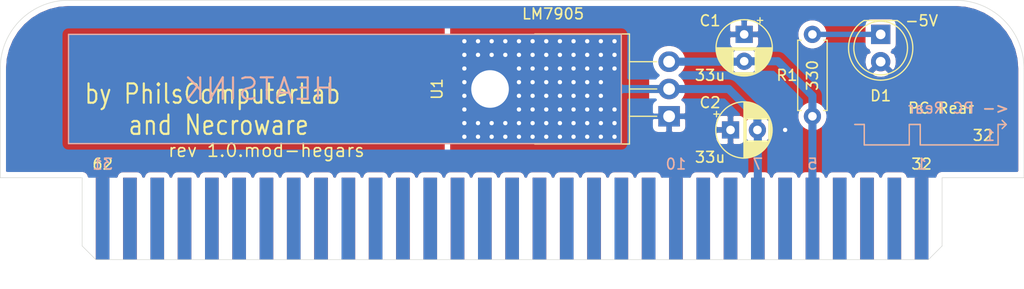
<source format=kicad_pcb>
(kicad_pcb (version 20171130) (host pcbnew "(5.1.9)-1")

  (general
    (thickness 1.6)
    (drawings 59)
    (tracks 106)
    (zones 0)
    (modules 6)
    (nets 62)
  )

  (page A4)
  (title_block
    (title "Voltage Blaster")
    (date 2020-11-21)
    (rev 1.0)
    (company "PhilsComputerLab & Necroware")
    (comment 1 "by Scorp")
  )

  (layers
    (0 F.Cu signal)
    (31 B.Cu signal)
    (32 B.Adhes user)
    (33 F.Adhes user)
    (34 B.Paste user)
    (35 F.Paste user)
    (36 B.SilkS user)
    (37 F.SilkS user)
    (38 B.Mask user)
    (39 F.Mask user)
    (40 Dwgs.User user)
    (41 Cmts.User user)
    (42 Eco1.User user)
    (43 Eco2.User user)
    (44 Edge.Cuts user)
    (45 Margin user)
    (46 B.CrtYd user)
    (47 F.CrtYd user)
    (48 B.Fab user)
    (49 F.Fab user)
  )

  (setup
    (last_trace_width 0.5)
    (user_trace_width 0.75)
    (trace_clearance 0.4)
    (zone_clearance 0.508)
    (zone_45_only no)
    (trace_min 0.2)
    (via_size 0.8)
    (via_drill 0.4)
    (via_min_size 0.4)
    (via_min_drill 0.3)
    (uvia_size 0.3)
    (uvia_drill 0.1)
    (uvias_allowed no)
    (uvia_min_size 0.2)
    (uvia_min_drill 0.1)
    (edge_width 0.05)
    (segment_width 0.2)
    (pcb_text_width 0.3)
    (pcb_text_size 1.5 1.5)
    (mod_edge_width 0.12)
    (mod_text_size 1 1)
    (mod_text_width 0.15)
    (pad_size 3.5 3.5)
    (pad_drill 3.5)
    (pad_to_mask_clearance 0)
    (aux_axis_origin 0 0)
    (visible_elements 7FFFFFFF)
    (pcbplotparams
      (layerselection 0x010fc_ffffffff)
      (usegerberextensions false)
      (usegerberattributes false)
      (usegerberadvancedattributes true)
      (creategerberjobfile true)
      (excludeedgelayer true)
      (linewidth 0.100000)
      (plotframeref false)
      (viasonmask false)
      (mode 1)
      (useauxorigin false)
      (hpglpennumber 1)
      (hpglpenspeed 20)
      (hpglpendiameter 15.000000)
      (psnegative false)
      (psa4output false)
      (plotreference true)
      (plotvalue true)
      (plotinvisibletext false)
      (padsonsilk false)
      (subtractmaskfromsilk false)
      (outputformat 1)
      (mirror false)
      (drillshape 0)
      (scaleselection 1)
      (outputdirectory "gerber/"))
  )

  (net 0 "")
  (net 1 GND)
  (net 2 "Net-(D1-Pad1)")
  (net 3 -5V)
  (net 4 -12V)
  (net 5 "Net-(J1-Pad62)")
  (net 6 "Net-(J1-Pad61)")
  (net 7 "Net-(J1-Pad60)")
  (net 8 "Net-(J1-Pad59)")
  (net 9 "Net-(J1-Pad58)")
  (net 10 "Net-(J1-Pad57)")
  (net 11 "Net-(J1-Pad56)")
  (net 12 "Net-(J1-Pad55)")
  (net 13 "Net-(J1-Pad54)")
  (net 14 "Net-(J1-Pad53)")
  (net 15 "Net-(J1-Pad52)")
  (net 16 "Net-(J1-Pad51)")
  (net 17 "Net-(J1-Pad50)")
  (net 18 "Net-(J1-Pad49)")
  (net 19 "Net-(J1-Pad48)")
  (net 20 "Net-(J1-Pad47)")
  (net 21 "Net-(J1-Pad46)")
  (net 22 "Net-(J1-Pad45)")
  (net 23 "Net-(J1-Pad44)")
  (net 24 "Net-(J1-Pad43)")
  (net 25 "Net-(J1-Pad42)")
  (net 26 "Net-(J1-Pad41)")
  (net 27 "Net-(J1-Pad40)")
  (net 28 "Net-(J1-Pad39)")
  (net 29 "Net-(J1-Pad38)")
  (net 30 "Net-(J1-Pad37)")
  (net 31 "Net-(J1-Pad36)")
  (net 32 "Net-(J1-Pad35)")
  (net 33 "Net-(J1-Pad34)")
  (net 34 "Net-(J1-Pad33)")
  (net 35 "Net-(J1-Pad32)")
  (net 36 "Net-(J1-Pad30)")
  (net 37 "Net-(J1-Pad29)")
  (net 38 "Net-(J1-Pad28)")
  (net 39 "Net-(J1-Pad27)")
  (net 40 "Net-(J1-Pad26)")
  (net 41 "Net-(J1-Pad25)")
  (net 42 "Net-(J1-Pad24)")
  (net 43 "Net-(J1-Pad23)")
  (net 44 "Net-(J1-Pad22)")
  (net 45 "Net-(J1-Pad21)")
  (net 46 "Net-(J1-Pad20)")
  (net 47 "Net-(J1-Pad19)")
  (net 48 "Net-(J1-Pad18)")
  (net 49 "Net-(J1-Pad17)")
  (net 50 "Net-(J1-Pad16)")
  (net 51 "Net-(J1-Pad15)")
  (net 52 "Net-(J1-Pad14)")
  (net 53 "Net-(J1-Pad13)")
  (net 54 "Net-(J1-Pad12)")
  (net 55 "Net-(J1-Pad11)")
  (net 56 "Net-(J1-Pad9)")
  (net 57 "Net-(J1-Pad8)")
  (net 58 "Net-(J1-Pad6)")
  (net 59 "Net-(J1-Pad4)")
  (net 60 "Net-(J1-Pad3)")
  (net 61 "Net-(J1-Pad2)")

  (net_class Default "This is the default net class."
    (clearance 0.4)
    (trace_width 0.5)
    (via_dia 0.8)
    (via_drill 0.4)
    (uvia_dia 0.3)
    (uvia_drill 0.1)
    (add_net -12V)
    (add_net -5V)
    (add_net GND)
    (add_net "Net-(D1-Pad1)")
    (add_net "Net-(J1-Pad11)")
    (add_net "Net-(J1-Pad12)")
    (add_net "Net-(J1-Pad13)")
    (add_net "Net-(J1-Pad14)")
    (add_net "Net-(J1-Pad15)")
    (add_net "Net-(J1-Pad16)")
    (add_net "Net-(J1-Pad17)")
    (add_net "Net-(J1-Pad18)")
    (add_net "Net-(J1-Pad19)")
    (add_net "Net-(J1-Pad2)")
    (add_net "Net-(J1-Pad20)")
    (add_net "Net-(J1-Pad21)")
    (add_net "Net-(J1-Pad22)")
    (add_net "Net-(J1-Pad23)")
    (add_net "Net-(J1-Pad24)")
    (add_net "Net-(J1-Pad25)")
    (add_net "Net-(J1-Pad26)")
    (add_net "Net-(J1-Pad27)")
    (add_net "Net-(J1-Pad28)")
    (add_net "Net-(J1-Pad29)")
    (add_net "Net-(J1-Pad3)")
    (add_net "Net-(J1-Pad30)")
    (add_net "Net-(J1-Pad32)")
    (add_net "Net-(J1-Pad33)")
    (add_net "Net-(J1-Pad34)")
    (add_net "Net-(J1-Pad35)")
    (add_net "Net-(J1-Pad36)")
    (add_net "Net-(J1-Pad37)")
    (add_net "Net-(J1-Pad38)")
    (add_net "Net-(J1-Pad39)")
    (add_net "Net-(J1-Pad4)")
    (add_net "Net-(J1-Pad40)")
    (add_net "Net-(J1-Pad41)")
    (add_net "Net-(J1-Pad42)")
    (add_net "Net-(J1-Pad43)")
    (add_net "Net-(J1-Pad44)")
    (add_net "Net-(J1-Pad45)")
    (add_net "Net-(J1-Pad46)")
    (add_net "Net-(J1-Pad47)")
    (add_net "Net-(J1-Pad48)")
    (add_net "Net-(J1-Pad49)")
    (add_net "Net-(J1-Pad50)")
    (add_net "Net-(J1-Pad51)")
    (add_net "Net-(J1-Pad52)")
    (add_net "Net-(J1-Pad53)")
    (add_net "Net-(J1-Pad54)")
    (add_net "Net-(J1-Pad55)")
    (add_net "Net-(J1-Pad56)")
    (add_net "Net-(J1-Pad57)")
    (add_net "Net-(J1-Pad58)")
    (add_net "Net-(J1-Pad59)")
    (add_net "Net-(J1-Pad6)")
    (add_net "Net-(J1-Pad60)")
    (add_net "Net-(J1-Pad61)")
    (add_net "Net-(J1-Pad62)")
    (add_net "Net-(J1-Pad8)")
    (add_net "Net-(J1-Pad9)")
  )

  (module Sebs:TO-220-3_Horizontal_TabDown (layer F.Cu) (tedit 603387F4) (tstamp 5FBB237E)
    (at 133.35 57.785 90)
    (descr "TO-220-3, Horizontal, RM 2.54mm, see https://www.vishay.com/docs/66542/to-220-1.pdf")
    (tags "TO-220-3 Horizontal RM 2.54mm")
    (path /5FB84DCB)
    (fp_text reference U1 (at 2.54 -21.59 270) (layer F.SilkS)
      (effects (font (size 1 1) (thickness 0.15)))
    )
    (fp_text value LM7905 (at 9.525 -10.795 180) (layer F.SilkS)
      (effects (font (size 1 1) (thickness 0.15)))
    )
    (fp_line (start 7.79 -19.71) (end -2.71 -19.71) (layer F.CrtYd) (width 0.05))
    (fp_line (start 7.79 1.25) (end 7.79 -19.71) (layer F.CrtYd) (width 0.05))
    (fp_line (start -2.71 1.25) (end 7.79 1.25) (layer F.CrtYd) (width 0.05))
    (fp_line (start -2.71 -19.71) (end -2.71 1.25) (layer F.CrtYd) (width 0.05))
    (fp_line (start 5.08 -3.69) (end 5.08 -1.15) (layer F.SilkS) (width 0.12))
    (fp_line (start 2.54 -3.69) (end 2.54 -1.15) (layer F.SilkS) (width 0.12))
    (fp_line (start 0 -3.69) (end 0 -1.15) (layer F.SilkS) (width 0.12))
    (fp_line (start 7.66 -12.5) (end 7.66 -3.69) (layer F.SilkS) (width 0.12))
    (fp_line (start -2.58 -12.5) (end -2.58 -3.69) (layer F.SilkS) (width 0.12))
    (fp_line (start -2.58 -3.69) (end 7.66 -3.69) (layer F.SilkS) (width 0.12))
    (fp_line (start 5.08 -3.81) (end 5.08 0) (layer F.Fab) (width 0.1))
    (fp_line (start 2.54 -3.81) (end 2.54 0) (layer F.Fab) (width 0.1))
    (fp_line (start 0 -3.81) (end 0 0) (layer F.Fab) (width 0.1))
    (fp_line (start 7.54 -3.81) (end -2.46 -3.81) (layer F.Fab) (width 0.1))
    (fp_line (start 7.54 -13.06) (end 7.54 -3.81) (layer F.Fab) (width 0.1))
    (fp_line (start -2.46 -13.06) (end 7.54 -13.06) (layer F.Fab) (width 0.1))
    (fp_line (start -2.46 -3.81) (end -2.46 -13.06) (layer F.Fab) (width 0.1))
    (fp_line (start 7.54 -13.06) (end -2.46 -13.06) (layer F.Fab) (width 0.1))
    (fp_line (start 7.54 -19.46) (end 7.54 -13.06) (layer F.Fab) (width 0.1))
    (fp_line (start -2.46 -19.46) (end 7.54 -19.46) (layer F.Fab) (width 0.1))
    (fp_line (start -2.46 -13.06) (end -2.46 -19.46) (layer F.Fab) (width 0.1))
    (fp_circle (center 2.54 -16.66) (end 4.39 -16.66) (layer F.Fab) (width 0.1))
    (fp_text user %R (at 2.54 -11.43 90) (layer F.Fab)
      (effects (font (size 1 1) (thickness 0.15)))
    )
    (pad "" thru_hole oval (at 2.54 -16.66 90) (size 3.5 3.5) (drill 3.5) (layers *.Cu *.Mask))
    (pad 1 thru_hole rect (at 0 0 90) (size 1.905 2) (drill 1.1) (layers *.Cu *.Mask)
      (net 1 GND))
    (pad 2 thru_hole oval (at 2.54 0 90) (size 1.905 2) (drill 1.1) (layers *.Cu *.Mask)
      (net 4 -12V))
    (pad 3 thru_hole oval (at 5.08 0 90) (size 1.905 2) (drill 1.1) (layers *.Cu *.Mask)
      (net 3 -5V))
    (model ${KISYS3DMOD}/Package_TO_SOT_THT.3dshapes/TO-220-3_Horizontal_TabDown.wrl
      (at (xyz 0 0 0))
      (scale (xyz 1 1 1))
      (rotate (xyz 0 0 0))
    )
  )

  (module MyLibrary:ISA_8BIT_EDGE (layer F.Cu) (tedit 5FB84D5C) (tstamp 5FBB2344)
    (at 156.845 63.5)
    (path /5FB82605)
    (fp_text reference J1 (at -35.56 9.525) (layer F.Fab)
      (effects (font (size 1 1) (thickness 0.15)))
    )
    (fp_text value Bus_ISA_8bit (at -43.18 9.525) (layer F.Fab)
      (effects (font (size 1 1) (thickness 0.15)))
    )
    (fp_line (start -78.105 0) (end -78.105 6.35) (layer F.Fab) (width 0.12))
    (fp_line (start -78.105 6.35) (end -76.835 7.62) (layer F.Fab) (width 0.12))
    (fp_line (start -76.835 7.62) (end 0.635 7.62) (layer F.Fab) (width 0.12))
    (fp_line (start 0.635 7.62) (end 1.905 6.35) (layer F.Fab) (width 0.12))
    (fp_line (start 1.905 6.35) (end 1.905 0) (layer F.Fab) (width 0.12))
    (fp_line (start 1.905 0) (end -78.105 0) (layer F.Fab) (width 0.12))
    (pad 62 connect rect (at -76.2 3.81) (size 1.27 7.62) (layers F.Cu F.Mask)
      (net 5 "Net-(J1-Pad62)"))
    (pad 61 connect rect (at -73.66 3.81) (size 1.27 7.62) (layers F.Cu F.Mask)
      (net 6 "Net-(J1-Pad61)"))
    (pad 60 connect rect (at -71.12 3.81) (size 1.27 7.62) (layers F.Cu F.Mask)
      (net 7 "Net-(J1-Pad60)"))
    (pad 59 connect rect (at -68.58 3.81) (size 1.27 7.62) (layers F.Cu F.Mask)
      (net 8 "Net-(J1-Pad59)"))
    (pad 58 connect rect (at -66.04 3.81) (size 1.27 7.62) (layers F.Cu F.Mask)
      (net 9 "Net-(J1-Pad58)"))
    (pad 57 connect rect (at -63.5 3.81) (size 1.27 7.62) (layers F.Cu F.Mask)
      (net 10 "Net-(J1-Pad57)"))
    (pad 56 connect rect (at -60.96 3.81) (size 1.27 7.62) (layers F.Cu F.Mask)
      (net 11 "Net-(J1-Pad56)"))
    (pad 55 connect rect (at -58.42 3.81) (size 1.27 7.62) (layers F.Cu F.Mask)
      (net 12 "Net-(J1-Pad55)"))
    (pad 54 connect rect (at -55.88 3.81) (size 1.27 7.62) (layers F.Cu F.Mask)
      (net 13 "Net-(J1-Pad54)"))
    (pad 53 connect rect (at -53.34 3.81) (size 1.27 7.62) (layers F.Cu F.Mask)
      (net 14 "Net-(J1-Pad53)"))
    (pad 52 connect rect (at -50.8 3.81) (size 1.27 7.62) (layers F.Cu F.Mask)
      (net 15 "Net-(J1-Pad52)"))
    (pad 51 connect rect (at -48.26 3.81) (size 1.27 7.62) (layers F.Cu F.Mask)
      (net 16 "Net-(J1-Pad51)"))
    (pad 50 connect rect (at -45.72 3.81) (size 1.27 7.62) (layers F.Cu F.Mask)
      (net 17 "Net-(J1-Pad50)"))
    (pad 49 connect rect (at -43.18 3.81) (size 1.27 7.62) (layers F.Cu F.Mask)
      (net 18 "Net-(J1-Pad49)"))
    (pad 48 connect rect (at -40.64 3.81) (size 1.27 7.62) (layers F.Cu F.Mask)
      (net 19 "Net-(J1-Pad48)"))
    (pad 47 connect rect (at -38.1 3.81) (size 1.27 7.62) (layers F.Cu F.Mask)
      (net 20 "Net-(J1-Pad47)"))
    (pad 46 connect rect (at -35.56 3.81) (size 1.27 7.62) (layers F.Cu F.Mask)
      (net 21 "Net-(J1-Pad46)"))
    (pad 45 connect rect (at -33.02 3.81) (size 1.27 7.62) (layers F.Cu F.Mask)
      (net 22 "Net-(J1-Pad45)"))
    (pad 44 connect rect (at -30.48 3.81) (size 1.27 7.62) (layers F.Cu F.Mask)
      (net 23 "Net-(J1-Pad44)"))
    (pad 43 connect rect (at -27.94 3.81) (size 1.27 7.62) (layers F.Cu F.Mask)
      (net 24 "Net-(J1-Pad43)"))
    (pad 42 connect rect (at -25.4 3.81) (size 1.27 7.62) (layers F.Cu F.Mask)
      (net 25 "Net-(J1-Pad42)"))
    (pad 41 connect rect (at -22.86 3.81) (size 1.27 7.62) (layers F.Cu F.Mask)
      (net 26 "Net-(J1-Pad41)"))
    (pad 40 connect rect (at -20.32 3.81) (size 1.27 7.62) (layers F.Cu F.Mask)
      (net 27 "Net-(J1-Pad40)"))
    (pad 39 connect rect (at -17.78 3.81) (size 1.27 7.62) (layers F.Cu F.Mask)
      (net 28 "Net-(J1-Pad39)"))
    (pad 38 connect rect (at -15.24 3.81) (size 1.27 7.62) (layers F.Cu F.Mask)
      (net 29 "Net-(J1-Pad38)"))
    (pad 37 connect rect (at -12.7 3.81) (size 1.27 7.62) (layers F.Cu F.Mask)
      (net 30 "Net-(J1-Pad37)"))
    (pad 36 connect rect (at -10.16 3.81) (size 1.27 7.62) (layers F.Cu F.Mask)
      (net 31 "Net-(J1-Pad36)"))
    (pad 35 connect rect (at -7.62 3.81) (size 1.27 7.62) (layers F.Cu F.Mask)
      (net 32 "Net-(J1-Pad35)"))
    (pad 34 connect rect (at -5.08 3.81) (size 1.27 7.62) (layers F.Cu F.Mask)
      (net 33 "Net-(J1-Pad34)"))
    (pad 33 connect rect (at -2.54 3.81) (size 1.27 7.62) (layers F.Cu F.Mask)
      (net 34 "Net-(J1-Pad33)"))
    (pad 32 connect rect (at 0 3.81) (size 1.27 7.62) (layers F.Cu F.Mask)
      (net 35 "Net-(J1-Pad32)"))
    (pad 31 connect rect (at -76.2 3.81) (size 1.27 7.62) (layers B.Cu B.Mask)
      (net 1 GND))
    (pad 30 connect rect (at -73.66 3.81) (size 1.27 7.62) (layers B.Cu B.Mask)
      (net 36 "Net-(J1-Pad30)"))
    (pad 29 connect rect (at -71.12 3.81) (size 1.27 7.62) (layers B.Cu B.Mask)
      (net 37 "Net-(J1-Pad29)"))
    (pad 28 connect rect (at -68.58 3.81) (size 1.27 7.62) (layers B.Cu B.Mask)
      (net 38 "Net-(J1-Pad28)"))
    (pad 27 connect rect (at -66.04 3.81) (size 1.27 7.62) (layers B.Cu B.Mask)
      (net 39 "Net-(J1-Pad27)"))
    (pad 26 connect rect (at -63.5 3.81) (size 1.27 7.62) (layers B.Cu B.Mask)
      (net 40 "Net-(J1-Pad26)"))
    (pad 25 connect rect (at -60.96 3.81) (size 1.27 7.62) (layers B.Cu B.Mask)
      (net 41 "Net-(J1-Pad25)"))
    (pad 24 connect rect (at -58.42 3.81) (size 1.27 7.62) (layers B.Cu B.Mask)
      (net 42 "Net-(J1-Pad24)"))
    (pad 23 connect rect (at -55.88 3.81) (size 1.27 7.62) (layers B.Cu B.Mask)
      (net 43 "Net-(J1-Pad23)"))
    (pad 22 connect rect (at -53.34 3.81) (size 1.27 7.62) (layers B.Cu B.Mask)
      (net 44 "Net-(J1-Pad22)"))
    (pad 21 connect rect (at -50.8 3.81) (size 1.27 7.62) (layers B.Cu B.Mask)
      (net 45 "Net-(J1-Pad21)"))
    (pad 20 connect rect (at -48.26 3.81) (size 1.27 7.62) (layers B.Cu B.Mask)
      (net 46 "Net-(J1-Pad20)"))
    (pad 19 connect rect (at -45.72 3.81) (size 1.27 7.62) (layers B.Cu B.Mask)
      (net 47 "Net-(J1-Pad19)"))
    (pad 18 connect rect (at -43.18 3.81) (size 1.27 7.62) (layers B.Cu B.Mask)
      (net 48 "Net-(J1-Pad18)"))
    (pad 17 connect rect (at -40.64 3.81) (size 1.27 7.62) (layers B.Cu B.Mask)
      (net 49 "Net-(J1-Pad17)"))
    (pad 16 connect rect (at -38.1 3.81) (size 1.27 7.62) (layers B.Cu B.Mask)
      (net 50 "Net-(J1-Pad16)"))
    (pad 15 connect rect (at -35.56 3.81) (size 1.27 7.62) (layers B.Cu B.Mask)
      (net 51 "Net-(J1-Pad15)"))
    (pad 14 connect rect (at -33.02 3.81) (size 1.27 7.62) (layers B.Cu B.Mask)
      (net 52 "Net-(J1-Pad14)"))
    (pad 13 connect rect (at -30.48 3.81) (size 1.27 7.62) (layers B.Cu B.Mask)
      (net 53 "Net-(J1-Pad13)"))
    (pad 12 connect rect (at -27.94 3.81) (size 1.27 7.62) (layers B.Cu B.Mask)
      (net 54 "Net-(J1-Pad12)"))
    (pad 11 connect rect (at -25.4 3.81) (size 1.27 7.62) (layers B.Cu B.Mask)
      (net 55 "Net-(J1-Pad11)"))
    (pad 10 connect rect (at -22.86 3.81) (size 1.27 7.62) (layers B.Cu B.Mask)
      (net 1 GND))
    (pad 9 connect rect (at -20.32 3.81) (size 1.27 7.62) (layers B.Cu B.Mask)
      (net 56 "Net-(J1-Pad9)"))
    (pad 8 connect rect (at -17.78 3.81) (size 1.27 7.62) (layers B.Cu B.Mask)
      (net 57 "Net-(J1-Pad8)"))
    (pad 7 connect rect (at -15.24 3.81) (size 1.27 7.62) (layers B.Cu B.Mask)
      (net 4 -12V))
    (pad 6 connect rect (at -12.7 3.81) (size 1.27 7.62) (layers B.Cu B.Mask)
      (net 58 "Net-(J1-Pad6)"))
    (pad 5 connect rect (at -10.16 3.81) (size 1.27 7.62) (layers B.Cu B.Mask)
      (net 3 -5V))
    (pad 4 connect rect (at -7.62 3.81) (size 1.27 7.62) (layers B.Cu B.Mask)
      (net 59 "Net-(J1-Pad4)"))
    (pad 3 connect rect (at -5.08 3.81) (size 1.27 7.62) (layers B.Cu B.Mask)
      (net 60 "Net-(J1-Pad3)"))
    (pad 2 connect rect (at -2.54 3.81) (size 1.27 7.62) (layers B.Cu B.Mask)
      (net 61 "Net-(J1-Pad2)"))
    (pad 1 connect rect (at 0 3.81) (size 1.27 7.62) (layers B.Cu B.Mask)
      (net 1 GND))
  )

  (module Capacitor_THT:CP_Radial_D5.0mm_P2.50mm (layer F.Cu) (tedit 5AE50EF0) (tstamp 5FBB22EA)
    (at 139.065 59.055)
    (descr "CP, Radial series, Radial, pin pitch=2.50mm, , diameter=5mm, Electrolytic Capacitor")
    (tags "CP Radial series Radial pin pitch 2.50mm  diameter 5mm Electrolytic Capacitor")
    (path /5FB87CDF)
    (fp_text reference C2 (at -1.905 -2.54 180) (layer F.SilkS)
      (effects (font (size 1 1) (thickness 0.15)))
    )
    (fp_text value 33u (at -1.905 2.54 180) (layer F.SilkS)
      (effects (font (size 1 1) (thickness 0.15)))
    )
    (fp_circle (center 1.25 0) (end 3.75 0) (layer F.Fab) (width 0.1))
    (fp_circle (center 1.25 0) (end 3.87 0) (layer F.SilkS) (width 0.12))
    (fp_circle (center 1.25 0) (end 4 0) (layer F.CrtYd) (width 0.05))
    (fp_line (start -0.883605 -1.0875) (end -0.383605 -1.0875) (layer F.Fab) (width 0.1))
    (fp_line (start -0.633605 -1.3375) (end -0.633605 -0.8375) (layer F.Fab) (width 0.1))
    (fp_line (start 1.25 -2.58) (end 1.25 2.58) (layer F.SilkS) (width 0.12))
    (fp_line (start 1.29 -2.58) (end 1.29 2.58) (layer F.SilkS) (width 0.12))
    (fp_line (start 1.33 -2.579) (end 1.33 2.579) (layer F.SilkS) (width 0.12))
    (fp_line (start 1.37 -2.578) (end 1.37 2.578) (layer F.SilkS) (width 0.12))
    (fp_line (start 1.41 -2.576) (end 1.41 2.576) (layer F.SilkS) (width 0.12))
    (fp_line (start 1.45 -2.573) (end 1.45 2.573) (layer F.SilkS) (width 0.12))
    (fp_line (start 1.49 -2.569) (end 1.49 -1.04) (layer F.SilkS) (width 0.12))
    (fp_line (start 1.49 1.04) (end 1.49 2.569) (layer F.SilkS) (width 0.12))
    (fp_line (start 1.53 -2.565) (end 1.53 -1.04) (layer F.SilkS) (width 0.12))
    (fp_line (start 1.53 1.04) (end 1.53 2.565) (layer F.SilkS) (width 0.12))
    (fp_line (start 1.57 -2.561) (end 1.57 -1.04) (layer F.SilkS) (width 0.12))
    (fp_line (start 1.57 1.04) (end 1.57 2.561) (layer F.SilkS) (width 0.12))
    (fp_line (start 1.61 -2.556) (end 1.61 -1.04) (layer F.SilkS) (width 0.12))
    (fp_line (start 1.61 1.04) (end 1.61 2.556) (layer F.SilkS) (width 0.12))
    (fp_line (start 1.65 -2.55) (end 1.65 -1.04) (layer F.SilkS) (width 0.12))
    (fp_line (start 1.65 1.04) (end 1.65 2.55) (layer F.SilkS) (width 0.12))
    (fp_line (start 1.69 -2.543) (end 1.69 -1.04) (layer F.SilkS) (width 0.12))
    (fp_line (start 1.69 1.04) (end 1.69 2.543) (layer F.SilkS) (width 0.12))
    (fp_line (start 1.73 -2.536) (end 1.73 -1.04) (layer F.SilkS) (width 0.12))
    (fp_line (start 1.73 1.04) (end 1.73 2.536) (layer F.SilkS) (width 0.12))
    (fp_line (start 1.77 -2.528) (end 1.77 -1.04) (layer F.SilkS) (width 0.12))
    (fp_line (start 1.77 1.04) (end 1.77 2.528) (layer F.SilkS) (width 0.12))
    (fp_line (start 1.81 -2.52) (end 1.81 -1.04) (layer F.SilkS) (width 0.12))
    (fp_line (start 1.81 1.04) (end 1.81 2.52) (layer F.SilkS) (width 0.12))
    (fp_line (start 1.85 -2.511) (end 1.85 -1.04) (layer F.SilkS) (width 0.12))
    (fp_line (start 1.85 1.04) (end 1.85 2.511) (layer F.SilkS) (width 0.12))
    (fp_line (start 1.89 -2.501) (end 1.89 -1.04) (layer F.SilkS) (width 0.12))
    (fp_line (start 1.89 1.04) (end 1.89 2.501) (layer F.SilkS) (width 0.12))
    (fp_line (start 1.93 -2.491) (end 1.93 -1.04) (layer F.SilkS) (width 0.12))
    (fp_line (start 1.93 1.04) (end 1.93 2.491) (layer F.SilkS) (width 0.12))
    (fp_line (start 1.971 -2.48) (end 1.971 -1.04) (layer F.SilkS) (width 0.12))
    (fp_line (start 1.971 1.04) (end 1.971 2.48) (layer F.SilkS) (width 0.12))
    (fp_line (start 2.011 -2.468) (end 2.011 -1.04) (layer F.SilkS) (width 0.12))
    (fp_line (start 2.011 1.04) (end 2.011 2.468) (layer F.SilkS) (width 0.12))
    (fp_line (start 2.051 -2.455) (end 2.051 -1.04) (layer F.SilkS) (width 0.12))
    (fp_line (start 2.051 1.04) (end 2.051 2.455) (layer F.SilkS) (width 0.12))
    (fp_line (start 2.091 -2.442) (end 2.091 -1.04) (layer F.SilkS) (width 0.12))
    (fp_line (start 2.091 1.04) (end 2.091 2.442) (layer F.SilkS) (width 0.12))
    (fp_line (start 2.131 -2.428) (end 2.131 -1.04) (layer F.SilkS) (width 0.12))
    (fp_line (start 2.131 1.04) (end 2.131 2.428) (layer F.SilkS) (width 0.12))
    (fp_line (start 2.171 -2.414) (end 2.171 -1.04) (layer F.SilkS) (width 0.12))
    (fp_line (start 2.171 1.04) (end 2.171 2.414) (layer F.SilkS) (width 0.12))
    (fp_line (start 2.211 -2.398) (end 2.211 -1.04) (layer F.SilkS) (width 0.12))
    (fp_line (start 2.211 1.04) (end 2.211 2.398) (layer F.SilkS) (width 0.12))
    (fp_line (start 2.251 -2.382) (end 2.251 -1.04) (layer F.SilkS) (width 0.12))
    (fp_line (start 2.251 1.04) (end 2.251 2.382) (layer F.SilkS) (width 0.12))
    (fp_line (start 2.291 -2.365) (end 2.291 -1.04) (layer F.SilkS) (width 0.12))
    (fp_line (start 2.291 1.04) (end 2.291 2.365) (layer F.SilkS) (width 0.12))
    (fp_line (start 2.331 -2.348) (end 2.331 -1.04) (layer F.SilkS) (width 0.12))
    (fp_line (start 2.331 1.04) (end 2.331 2.348) (layer F.SilkS) (width 0.12))
    (fp_line (start 2.371 -2.329) (end 2.371 -1.04) (layer F.SilkS) (width 0.12))
    (fp_line (start 2.371 1.04) (end 2.371 2.329) (layer F.SilkS) (width 0.12))
    (fp_line (start 2.411 -2.31) (end 2.411 -1.04) (layer F.SilkS) (width 0.12))
    (fp_line (start 2.411 1.04) (end 2.411 2.31) (layer F.SilkS) (width 0.12))
    (fp_line (start 2.451 -2.29) (end 2.451 -1.04) (layer F.SilkS) (width 0.12))
    (fp_line (start 2.451 1.04) (end 2.451 2.29) (layer F.SilkS) (width 0.12))
    (fp_line (start 2.491 -2.268) (end 2.491 -1.04) (layer F.SilkS) (width 0.12))
    (fp_line (start 2.491 1.04) (end 2.491 2.268) (layer F.SilkS) (width 0.12))
    (fp_line (start 2.531 -2.247) (end 2.531 -1.04) (layer F.SilkS) (width 0.12))
    (fp_line (start 2.531 1.04) (end 2.531 2.247) (layer F.SilkS) (width 0.12))
    (fp_line (start 2.571 -2.224) (end 2.571 -1.04) (layer F.SilkS) (width 0.12))
    (fp_line (start 2.571 1.04) (end 2.571 2.224) (layer F.SilkS) (width 0.12))
    (fp_line (start 2.611 -2.2) (end 2.611 -1.04) (layer F.SilkS) (width 0.12))
    (fp_line (start 2.611 1.04) (end 2.611 2.2) (layer F.SilkS) (width 0.12))
    (fp_line (start 2.651 -2.175) (end 2.651 -1.04) (layer F.SilkS) (width 0.12))
    (fp_line (start 2.651 1.04) (end 2.651 2.175) (layer F.SilkS) (width 0.12))
    (fp_line (start 2.691 -2.149) (end 2.691 -1.04) (layer F.SilkS) (width 0.12))
    (fp_line (start 2.691 1.04) (end 2.691 2.149) (layer F.SilkS) (width 0.12))
    (fp_line (start 2.731 -2.122) (end 2.731 -1.04) (layer F.SilkS) (width 0.12))
    (fp_line (start 2.731 1.04) (end 2.731 2.122) (layer F.SilkS) (width 0.12))
    (fp_line (start 2.771 -2.095) (end 2.771 -1.04) (layer F.SilkS) (width 0.12))
    (fp_line (start 2.771 1.04) (end 2.771 2.095) (layer F.SilkS) (width 0.12))
    (fp_line (start 2.811 -2.065) (end 2.811 -1.04) (layer F.SilkS) (width 0.12))
    (fp_line (start 2.811 1.04) (end 2.811 2.065) (layer F.SilkS) (width 0.12))
    (fp_line (start 2.851 -2.035) (end 2.851 -1.04) (layer F.SilkS) (width 0.12))
    (fp_line (start 2.851 1.04) (end 2.851 2.035) (layer F.SilkS) (width 0.12))
    (fp_line (start 2.891 -2.004) (end 2.891 -1.04) (layer F.SilkS) (width 0.12))
    (fp_line (start 2.891 1.04) (end 2.891 2.004) (layer F.SilkS) (width 0.12))
    (fp_line (start 2.931 -1.971) (end 2.931 -1.04) (layer F.SilkS) (width 0.12))
    (fp_line (start 2.931 1.04) (end 2.931 1.971) (layer F.SilkS) (width 0.12))
    (fp_line (start 2.971 -1.937) (end 2.971 -1.04) (layer F.SilkS) (width 0.12))
    (fp_line (start 2.971 1.04) (end 2.971 1.937) (layer F.SilkS) (width 0.12))
    (fp_line (start 3.011 -1.901) (end 3.011 -1.04) (layer F.SilkS) (width 0.12))
    (fp_line (start 3.011 1.04) (end 3.011 1.901) (layer F.SilkS) (width 0.12))
    (fp_line (start 3.051 -1.864) (end 3.051 -1.04) (layer F.SilkS) (width 0.12))
    (fp_line (start 3.051 1.04) (end 3.051 1.864) (layer F.SilkS) (width 0.12))
    (fp_line (start 3.091 -1.826) (end 3.091 -1.04) (layer F.SilkS) (width 0.12))
    (fp_line (start 3.091 1.04) (end 3.091 1.826) (layer F.SilkS) (width 0.12))
    (fp_line (start 3.131 -1.785) (end 3.131 -1.04) (layer F.SilkS) (width 0.12))
    (fp_line (start 3.131 1.04) (end 3.131 1.785) (layer F.SilkS) (width 0.12))
    (fp_line (start 3.171 -1.743) (end 3.171 -1.04) (layer F.SilkS) (width 0.12))
    (fp_line (start 3.171 1.04) (end 3.171 1.743) (layer F.SilkS) (width 0.12))
    (fp_line (start 3.211 -1.699) (end 3.211 -1.04) (layer F.SilkS) (width 0.12))
    (fp_line (start 3.211 1.04) (end 3.211 1.699) (layer F.SilkS) (width 0.12))
    (fp_line (start 3.251 -1.653) (end 3.251 -1.04) (layer F.SilkS) (width 0.12))
    (fp_line (start 3.251 1.04) (end 3.251 1.653) (layer F.SilkS) (width 0.12))
    (fp_line (start 3.291 -1.605) (end 3.291 -1.04) (layer F.SilkS) (width 0.12))
    (fp_line (start 3.291 1.04) (end 3.291 1.605) (layer F.SilkS) (width 0.12))
    (fp_line (start 3.331 -1.554) (end 3.331 -1.04) (layer F.SilkS) (width 0.12))
    (fp_line (start 3.331 1.04) (end 3.331 1.554) (layer F.SilkS) (width 0.12))
    (fp_line (start 3.371 -1.5) (end 3.371 -1.04) (layer F.SilkS) (width 0.12))
    (fp_line (start 3.371 1.04) (end 3.371 1.5) (layer F.SilkS) (width 0.12))
    (fp_line (start 3.411 -1.443) (end 3.411 -1.04) (layer F.SilkS) (width 0.12))
    (fp_line (start 3.411 1.04) (end 3.411 1.443) (layer F.SilkS) (width 0.12))
    (fp_line (start 3.451 -1.383) (end 3.451 -1.04) (layer F.SilkS) (width 0.12))
    (fp_line (start 3.451 1.04) (end 3.451 1.383) (layer F.SilkS) (width 0.12))
    (fp_line (start 3.491 -1.319) (end 3.491 -1.04) (layer F.SilkS) (width 0.12))
    (fp_line (start 3.491 1.04) (end 3.491 1.319) (layer F.SilkS) (width 0.12))
    (fp_line (start 3.531 -1.251) (end 3.531 -1.04) (layer F.SilkS) (width 0.12))
    (fp_line (start 3.531 1.04) (end 3.531 1.251) (layer F.SilkS) (width 0.12))
    (fp_line (start 3.571 -1.178) (end 3.571 1.178) (layer F.SilkS) (width 0.12))
    (fp_line (start 3.611 -1.098) (end 3.611 1.098) (layer F.SilkS) (width 0.12))
    (fp_line (start 3.651 -1.011) (end 3.651 1.011) (layer F.SilkS) (width 0.12))
    (fp_line (start 3.691 -0.915) (end 3.691 0.915) (layer F.SilkS) (width 0.12))
    (fp_line (start 3.731 -0.805) (end 3.731 0.805) (layer F.SilkS) (width 0.12))
    (fp_line (start 3.771 -0.677) (end 3.771 0.677) (layer F.SilkS) (width 0.12))
    (fp_line (start 3.811 -0.518) (end 3.811 0.518) (layer F.SilkS) (width 0.12))
    (fp_line (start 3.851 -0.284) (end 3.851 0.284) (layer F.SilkS) (width 0.12))
    (fp_line (start -1.554775 -1.475) (end -1.054775 -1.475) (layer F.SilkS) (width 0.12))
    (fp_line (start -1.304775 -1.725) (end -1.304775 -1.225) (layer F.SilkS) (width 0.12))
    (fp_text user %R (at 1.25 0) (layer F.Fab)
      (effects (font (size 1 1) (thickness 0.15)))
    )
    (pad 2 thru_hole circle (at 2.5 0) (size 1.6 1.6) (drill 0.8) (layers *.Cu *.Mask)
      (net 4 -12V))
    (pad 1 thru_hole rect (at 0 0) (size 1.6 1.6) (drill 0.8) (layers *.Cu *.Mask)
      (net 1 GND))
    (model ${KISYS3DMOD}/Capacitor_THT.3dshapes/CP_Radial_D5.0mm_P2.50mm.wrl
      (at (xyz 0 0 0))
      (scale (xyz 1 1 1))
      (rotate (xyz 0 0 0))
    )
  )

  (module Capacitor_THT:CP_Radial_D5.0mm_P2.50mm (layer F.Cu) (tedit 5AE50EF0) (tstamp 5FBB2256)
    (at 140.335 50.165 270)
    (descr "CP, Radial series, Radial, pin pitch=2.50mm, , diameter=5mm, Electrolytic Capacitor")
    (tags "CP Radial series Radial pin pitch 2.50mm  diameter 5mm Electrolytic Capacitor")
    (path /5FB87953)
    (fp_text reference C1 (at -1.27 3.175 180) (layer F.SilkS)
      (effects (font (size 1 1) (thickness 0.15)))
    )
    (fp_text value 33u (at 3.81 3.175 180) (layer F.SilkS)
      (effects (font (size 1 1) (thickness 0.15)))
    )
    (fp_circle (center 1.25 0) (end 3.75 0) (layer F.Fab) (width 0.1))
    (fp_circle (center 1.25 0) (end 3.87 0) (layer F.SilkS) (width 0.12))
    (fp_circle (center 1.25 0) (end 4 0) (layer F.CrtYd) (width 0.05))
    (fp_line (start -0.883605 -1.0875) (end -0.383605 -1.0875) (layer F.Fab) (width 0.1))
    (fp_line (start -0.633605 -1.3375) (end -0.633605 -0.8375) (layer F.Fab) (width 0.1))
    (fp_line (start 1.25 -2.58) (end 1.25 2.58) (layer F.SilkS) (width 0.12))
    (fp_line (start 1.29 -2.58) (end 1.29 2.58) (layer F.SilkS) (width 0.12))
    (fp_line (start 1.33 -2.579) (end 1.33 2.579) (layer F.SilkS) (width 0.12))
    (fp_line (start 1.37 -2.578) (end 1.37 2.578) (layer F.SilkS) (width 0.12))
    (fp_line (start 1.41 -2.576) (end 1.41 2.576) (layer F.SilkS) (width 0.12))
    (fp_line (start 1.45 -2.573) (end 1.45 2.573) (layer F.SilkS) (width 0.12))
    (fp_line (start 1.49 -2.569) (end 1.49 -1.04) (layer F.SilkS) (width 0.12))
    (fp_line (start 1.49 1.04) (end 1.49 2.569) (layer F.SilkS) (width 0.12))
    (fp_line (start 1.53 -2.565) (end 1.53 -1.04) (layer F.SilkS) (width 0.12))
    (fp_line (start 1.53 1.04) (end 1.53 2.565) (layer F.SilkS) (width 0.12))
    (fp_line (start 1.57 -2.561) (end 1.57 -1.04) (layer F.SilkS) (width 0.12))
    (fp_line (start 1.57 1.04) (end 1.57 2.561) (layer F.SilkS) (width 0.12))
    (fp_line (start 1.61 -2.556) (end 1.61 -1.04) (layer F.SilkS) (width 0.12))
    (fp_line (start 1.61 1.04) (end 1.61 2.556) (layer F.SilkS) (width 0.12))
    (fp_line (start 1.65 -2.55) (end 1.65 -1.04) (layer F.SilkS) (width 0.12))
    (fp_line (start 1.65 1.04) (end 1.65 2.55) (layer F.SilkS) (width 0.12))
    (fp_line (start 1.69 -2.543) (end 1.69 -1.04) (layer F.SilkS) (width 0.12))
    (fp_line (start 1.69 1.04) (end 1.69 2.543) (layer F.SilkS) (width 0.12))
    (fp_line (start 1.73 -2.536) (end 1.73 -1.04) (layer F.SilkS) (width 0.12))
    (fp_line (start 1.73 1.04) (end 1.73 2.536) (layer F.SilkS) (width 0.12))
    (fp_line (start 1.77 -2.528) (end 1.77 -1.04) (layer F.SilkS) (width 0.12))
    (fp_line (start 1.77 1.04) (end 1.77 2.528) (layer F.SilkS) (width 0.12))
    (fp_line (start 1.81 -2.52) (end 1.81 -1.04) (layer F.SilkS) (width 0.12))
    (fp_line (start 1.81 1.04) (end 1.81 2.52) (layer F.SilkS) (width 0.12))
    (fp_line (start 1.85 -2.511) (end 1.85 -1.04) (layer F.SilkS) (width 0.12))
    (fp_line (start 1.85 1.04) (end 1.85 2.511) (layer F.SilkS) (width 0.12))
    (fp_line (start 1.89 -2.501) (end 1.89 -1.04) (layer F.SilkS) (width 0.12))
    (fp_line (start 1.89 1.04) (end 1.89 2.501) (layer F.SilkS) (width 0.12))
    (fp_line (start 1.93 -2.491) (end 1.93 -1.04) (layer F.SilkS) (width 0.12))
    (fp_line (start 1.93 1.04) (end 1.93 2.491) (layer F.SilkS) (width 0.12))
    (fp_line (start 1.971 -2.48) (end 1.971 -1.04) (layer F.SilkS) (width 0.12))
    (fp_line (start 1.971 1.04) (end 1.971 2.48) (layer F.SilkS) (width 0.12))
    (fp_line (start 2.011 -2.468) (end 2.011 -1.04) (layer F.SilkS) (width 0.12))
    (fp_line (start 2.011 1.04) (end 2.011 2.468) (layer F.SilkS) (width 0.12))
    (fp_line (start 2.051 -2.455) (end 2.051 -1.04) (layer F.SilkS) (width 0.12))
    (fp_line (start 2.051 1.04) (end 2.051 2.455) (layer F.SilkS) (width 0.12))
    (fp_line (start 2.091 -2.442) (end 2.091 -1.04) (layer F.SilkS) (width 0.12))
    (fp_line (start 2.091 1.04) (end 2.091 2.442) (layer F.SilkS) (width 0.12))
    (fp_line (start 2.131 -2.428) (end 2.131 -1.04) (layer F.SilkS) (width 0.12))
    (fp_line (start 2.131 1.04) (end 2.131 2.428) (layer F.SilkS) (width 0.12))
    (fp_line (start 2.171 -2.414) (end 2.171 -1.04) (layer F.SilkS) (width 0.12))
    (fp_line (start 2.171 1.04) (end 2.171 2.414) (layer F.SilkS) (width 0.12))
    (fp_line (start 2.211 -2.398) (end 2.211 -1.04) (layer F.SilkS) (width 0.12))
    (fp_line (start 2.211 1.04) (end 2.211 2.398) (layer F.SilkS) (width 0.12))
    (fp_line (start 2.251 -2.382) (end 2.251 -1.04) (layer F.SilkS) (width 0.12))
    (fp_line (start 2.251 1.04) (end 2.251 2.382) (layer F.SilkS) (width 0.12))
    (fp_line (start 2.291 -2.365) (end 2.291 -1.04) (layer F.SilkS) (width 0.12))
    (fp_line (start 2.291 1.04) (end 2.291 2.365) (layer F.SilkS) (width 0.12))
    (fp_line (start 2.331 -2.348) (end 2.331 -1.04) (layer F.SilkS) (width 0.12))
    (fp_line (start 2.331 1.04) (end 2.331 2.348) (layer F.SilkS) (width 0.12))
    (fp_line (start 2.371 -2.329) (end 2.371 -1.04) (layer F.SilkS) (width 0.12))
    (fp_line (start 2.371 1.04) (end 2.371 2.329) (layer F.SilkS) (width 0.12))
    (fp_line (start 2.411 -2.31) (end 2.411 -1.04) (layer F.SilkS) (width 0.12))
    (fp_line (start 2.411 1.04) (end 2.411 2.31) (layer F.SilkS) (width 0.12))
    (fp_line (start 2.451 -2.29) (end 2.451 -1.04) (layer F.SilkS) (width 0.12))
    (fp_line (start 2.451 1.04) (end 2.451 2.29) (layer F.SilkS) (width 0.12))
    (fp_line (start 2.491 -2.268) (end 2.491 -1.04) (layer F.SilkS) (width 0.12))
    (fp_line (start 2.491 1.04) (end 2.491 2.268) (layer F.SilkS) (width 0.12))
    (fp_line (start 2.531 -2.247) (end 2.531 -1.04) (layer F.SilkS) (width 0.12))
    (fp_line (start 2.531 1.04) (end 2.531 2.247) (layer F.SilkS) (width 0.12))
    (fp_line (start 2.571 -2.224) (end 2.571 -1.04) (layer F.SilkS) (width 0.12))
    (fp_line (start 2.571 1.04) (end 2.571 2.224) (layer F.SilkS) (width 0.12))
    (fp_line (start 2.611 -2.2) (end 2.611 -1.04) (layer F.SilkS) (width 0.12))
    (fp_line (start 2.611 1.04) (end 2.611 2.2) (layer F.SilkS) (width 0.12))
    (fp_line (start 2.651 -2.175) (end 2.651 -1.04) (layer F.SilkS) (width 0.12))
    (fp_line (start 2.651 1.04) (end 2.651 2.175) (layer F.SilkS) (width 0.12))
    (fp_line (start 2.691 -2.149) (end 2.691 -1.04) (layer F.SilkS) (width 0.12))
    (fp_line (start 2.691 1.04) (end 2.691 2.149) (layer F.SilkS) (width 0.12))
    (fp_line (start 2.731 -2.122) (end 2.731 -1.04) (layer F.SilkS) (width 0.12))
    (fp_line (start 2.731 1.04) (end 2.731 2.122) (layer F.SilkS) (width 0.12))
    (fp_line (start 2.771 -2.095) (end 2.771 -1.04) (layer F.SilkS) (width 0.12))
    (fp_line (start 2.771 1.04) (end 2.771 2.095) (layer F.SilkS) (width 0.12))
    (fp_line (start 2.811 -2.065) (end 2.811 -1.04) (layer F.SilkS) (width 0.12))
    (fp_line (start 2.811 1.04) (end 2.811 2.065) (layer F.SilkS) (width 0.12))
    (fp_line (start 2.851 -2.035) (end 2.851 -1.04) (layer F.SilkS) (width 0.12))
    (fp_line (start 2.851 1.04) (end 2.851 2.035) (layer F.SilkS) (width 0.12))
    (fp_line (start 2.891 -2.004) (end 2.891 -1.04) (layer F.SilkS) (width 0.12))
    (fp_line (start 2.891 1.04) (end 2.891 2.004) (layer F.SilkS) (width 0.12))
    (fp_line (start 2.931 -1.971) (end 2.931 -1.04) (layer F.SilkS) (width 0.12))
    (fp_line (start 2.931 1.04) (end 2.931 1.971) (layer F.SilkS) (width 0.12))
    (fp_line (start 2.971 -1.937) (end 2.971 -1.04) (layer F.SilkS) (width 0.12))
    (fp_line (start 2.971 1.04) (end 2.971 1.937) (layer F.SilkS) (width 0.12))
    (fp_line (start 3.011 -1.901) (end 3.011 -1.04) (layer F.SilkS) (width 0.12))
    (fp_line (start 3.011 1.04) (end 3.011 1.901) (layer F.SilkS) (width 0.12))
    (fp_line (start 3.051 -1.864) (end 3.051 -1.04) (layer F.SilkS) (width 0.12))
    (fp_line (start 3.051 1.04) (end 3.051 1.864) (layer F.SilkS) (width 0.12))
    (fp_line (start 3.091 -1.826) (end 3.091 -1.04) (layer F.SilkS) (width 0.12))
    (fp_line (start 3.091 1.04) (end 3.091 1.826) (layer F.SilkS) (width 0.12))
    (fp_line (start 3.131 -1.785) (end 3.131 -1.04) (layer F.SilkS) (width 0.12))
    (fp_line (start 3.131 1.04) (end 3.131 1.785) (layer F.SilkS) (width 0.12))
    (fp_line (start 3.171 -1.743) (end 3.171 -1.04) (layer F.SilkS) (width 0.12))
    (fp_line (start 3.171 1.04) (end 3.171 1.743) (layer F.SilkS) (width 0.12))
    (fp_line (start 3.211 -1.699) (end 3.211 -1.04) (layer F.SilkS) (width 0.12))
    (fp_line (start 3.211 1.04) (end 3.211 1.699) (layer F.SilkS) (width 0.12))
    (fp_line (start 3.251 -1.653) (end 3.251 -1.04) (layer F.SilkS) (width 0.12))
    (fp_line (start 3.251 1.04) (end 3.251 1.653) (layer F.SilkS) (width 0.12))
    (fp_line (start 3.291 -1.605) (end 3.291 -1.04) (layer F.SilkS) (width 0.12))
    (fp_line (start 3.291 1.04) (end 3.291 1.605) (layer F.SilkS) (width 0.12))
    (fp_line (start 3.331 -1.554) (end 3.331 -1.04) (layer F.SilkS) (width 0.12))
    (fp_line (start 3.331 1.04) (end 3.331 1.554) (layer F.SilkS) (width 0.12))
    (fp_line (start 3.371 -1.5) (end 3.371 -1.04) (layer F.SilkS) (width 0.12))
    (fp_line (start 3.371 1.04) (end 3.371 1.5) (layer F.SilkS) (width 0.12))
    (fp_line (start 3.411 -1.443) (end 3.411 -1.04) (layer F.SilkS) (width 0.12))
    (fp_line (start 3.411 1.04) (end 3.411 1.443) (layer F.SilkS) (width 0.12))
    (fp_line (start 3.451 -1.383) (end 3.451 -1.04) (layer F.SilkS) (width 0.12))
    (fp_line (start 3.451 1.04) (end 3.451 1.383) (layer F.SilkS) (width 0.12))
    (fp_line (start 3.491 -1.319) (end 3.491 -1.04) (layer F.SilkS) (width 0.12))
    (fp_line (start 3.491 1.04) (end 3.491 1.319) (layer F.SilkS) (width 0.12))
    (fp_line (start 3.531 -1.251) (end 3.531 -1.04) (layer F.SilkS) (width 0.12))
    (fp_line (start 3.531 1.04) (end 3.531 1.251) (layer F.SilkS) (width 0.12))
    (fp_line (start 3.571 -1.178) (end 3.571 1.178) (layer F.SilkS) (width 0.12))
    (fp_line (start 3.611 -1.098) (end 3.611 1.098) (layer F.SilkS) (width 0.12))
    (fp_line (start 3.651 -1.011) (end 3.651 1.011) (layer F.SilkS) (width 0.12))
    (fp_line (start 3.691 -0.915) (end 3.691 0.915) (layer F.SilkS) (width 0.12))
    (fp_line (start 3.731 -0.805) (end 3.731 0.805) (layer F.SilkS) (width 0.12))
    (fp_line (start 3.771 -0.677) (end 3.771 0.677) (layer F.SilkS) (width 0.12))
    (fp_line (start 3.811 -0.518) (end 3.811 0.518) (layer F.SilkS) (width 0.12))
    (fp_line (start 3.851 -0.284) (end 3.851 0.284) (layer F.SilkS) (width 0.12))
    (fp_line (start -1.554775 -1.475) (end -1.054775 -1.475) (layer F.SilkS) (width 0.12))
    (fp_line (start -1.304775 -1.725) (end -1.304775 -1.225) (layer F.SilkS) (width 0.12))
    (fp_text user %R (at 1.25 0 90) (layer F.Fab)
      (effects (font (size 1 1) (thickness 0.15)))
    )
    (pad 2 thru_hole circle (at 2.5 0 270) (size 1.6 1.6) (drill 0.8) (layers *.Cu *.Mask)
      (net 3 -5V))
    (pad 1 thru_hole rect (at 0 0 270) (size 1.6 1.6) (drill 0.8) (layers *.Cu *.Mask)
      (net 1 GND))
    (model ${KISYS3DMOD}/Capacitor_THT.3dshapes/CP_Radial_D5.0mm_P2.50mm.wrl
      (at (xyz 0 0 0))
      (scale (xyz 1 1 1))
      (rotate (xyz 0 0 0))
    )
  )

  (module Resistor_THT:R_Axial_DIN0207_L6.3mm_D2.5mm_P7.62mm_Horizontal (layer F.Cu) (tedit 5AE5139B) (tstamp 5FBB235B)
    (at 146.685 57.785 90)
    (descr "Resistor, Axial_DIN0207 series, Axial, Horizontal, pin pitch=7.62mm, 0.25W = 1/4W, length*diameter=6.3*2.5mm^2, http://cdn-reichelt.de/documents/datenblatt/B400/1_4W%23YAG.pdf")
    (tags "Resistor Axial_DIN0207 series Axial Horizontal pin pitch 7.62mm 0.25W = 1/4W length 6.3mm diameter 2.5mm")
    (path /5FB87262)
    (fp_text reference R1 (at 3.81 -2.37 180) (layer F.SilkS)
      (effects (font (size 1 1) (thickness 0.15)))
    )
    (fp_text value 330 (at 3.81 0 90) (layer F.SilkS)
      (effects (font (size 1 1) (thickness 0.15)))
    )
    (fp_line (start 0.66 -1.25) (end 0.66 1.25) (layer F.Fab) (width 0.1))
    (fp_line (start 0.66 1.25) (end 6.96 1.25) (layer F.Fab) (width 0.1))
    (fp_line (start 6.96 1.25) (end 6.96 -1.25) (layer F.Fab) (width 0.1))
    (fp_line (start 6.96 -1.25) (end 0.66 -1.25) (layer F.Fab) (width 0.1))
    (fp_line (start 0 0) (end 0.66 0) (layer F.Fab) (width 0.1))
    (fp_line (start 7.62 0) (end 6.96 0) (layer F.Fab) (width 0.1))
    (fp_line (start 0.54 -1.04) (end 0.54 -1.37) (layer F.SilkS) (width 0.12))
    (fp_line (start 0.54 -1.37) (end 7.08 -1.37) (layer F.SilkS) (width 0.12))
    (fp_line (start 7.08 -1.37) (end 7.08 -1.04) (layer F.SilkS) (width 0.12))
    (fp_line (start 0.54 1.04) (end 0.54 1.37) (layer F.SilkS) (width 0.12))
    (fp_line (start 0.54 1.37) (end 7.08 1.37) (layer F.SilkS) (width 0.12))
    (fp_line (start 7.08 1.37) (end 7.08 1.04) (layer F.SilkS) (width 0.12))
    (fp_line (start -1.05 -1.5) (end -1.05 1.5) (layer F.CrtYd) (width 0.05))
    (fp_line (start -1.05 1.5) (end 8.67 1.5) (layer F.CrtYd) (width 0.05))
    (fp_line (start 8.67 1.5) (end 8.67 -1.5) (layer F.CrtYd) (width 0.05))
    (fp_line (start 8.67 -1.5) (end -1.05 -1.5) (layer F.CrtYd) (width 0.05))
    (fp_text user %R (at 3.81 0 90) (layer F.Fab) hide
      (effects (font (size 1 1) (thickness 0.15)))
    )
    (pad 2 thru_hole oval (at 7.62 0 90) (size 1.6 1.6) (drill 0.8) (layers *.Cu *.Mask)
      (net 2 "Net-(D1-Pad1)"))
    (pad 1 thru_hole circle (at 0 0 90) (size 1.6 1.6) (drill 0.8) (layers *.Cu *.Mask)
      (net 3 -5V))
    (model ${KISYS3DMOD}/Resistor_THT.3dshapes/R_Axial_DIN0207_L6.3mm_D2.5mm_P7.62mm_Horizontal.wrl
      (at (xyz 0 0 0))
      (scale (xyz 1 1 1))
      (rotate (xyz 0 0 0))
    )
  )

  (module LED_THT:LED_D5.0mm (layer F.Cu) (tedit 5995936A) (tstamp 5FBBEA08)
    (at 153.035 50.165 270)
    (descr "LED, diameter 5.0mm, 2 pins, http://cdn-reichelt.de/documents/datenblatt/A500/LL-504BC2E-009.pdf")
    (tags "LED diameter 5.0mm 2 pins")
    (path /5FB86BA7)
    (fp_text reference D1 (at 5.715 0 180) (layer F.SilkS)
      (effects (font (size 1 1) (thickness 0.15)))
    )
    (fp_text value -5V (at -1.27 -3.81 180) (layer F.SilkS)
      (effects (font (size 1 1) (thickness 0.15)))
    )
    (fp_circle (center 1.27 0) (end 3.77 0) (layer F.Fab) (width 0.1))
    (fp_circle (center 1.27 0) (end 3.77 0) (layer F.SilkS) (width 0.12))
    (fp_line (start -1.23 -1.469694) (end -1.23 1.469694) (layer F.Fab) (width 0.1))
    (fp_line (start -1.29 -1.545) (end -1.29 1.545) (layer F.SilkS) (width 0.12))
    (fp_line (start -1.95 -3.25) (end -1.95 3.25) (layer F.CrtYd) (width 0.05))
    (fp_line (start -1.95 3.25) (end 4.5 3.25) (layer F.CrtYd) (width 0.05))
    (fp_line (start 4.5 3.25) (end 4.5 -3.25) (layer F.CrtYd) (width 0.05))
    (fp_line (start 4.5 -3.25) (end -1.95 -3.25) (layer F.CrtYd) (width 0.05))
    (fp_text user %R (at 1.25 0 90) (layer F.Fab)
      (effects (font (size 0.8 0.8) (thickness 0.2)))
    )
    (fp_arc (start 1.27 0) (end -1.29 1.54483) (angle -148.9) (layer F.SilkS) (width 0.12))
    (fp_arc (start 1.27 0) (end -1.29 -1.54483) (angle 148.9) (layer F.SilkS) (width 0.12))
    (fp_arc (start 1.27 0) (end -1.23 -1.469694) (angle 299.1) (layer F.Fab) (width 0.1))
    (pad 2 thru_hole circle (at 2.54 0 270) (size 1.8 1.8) (drill 0.9) (layers *.Cu *.Mask)
      (net 1 GND))
    (pad 1 thru_hole rect (at 0 0 270) (size 1.8 1.8) (drill 0.9) (layers *.Cu *.Mask)
      (net 2 "Net-(D1-Pad1)"))
    (model ${KISYS3DMOD}/LED_THT.3dshapes/LED_D5.0mm.wrl
      (offset (xyz 0 0 -3))
      (scale (xyz 1 1 1))
      (rotate (xyz 0 0 0))
    )
  )

  (gr_text 62 (at 80.645 62.23) (layer F.SilkS) (tstamp 6034A751)
    (effects (font (size 1 1) (thickness 0.15)))
  )
  (gr_text 31 (at 80.645 62.23) (layer B.SilkS) (tstamp 6034A67B)
    (effects (font (size 1 1) (thickness 0.15)) (justify mirror))
  )
  (gr_text 10 (at 133.985 62.23) (layer B.SilkS) (tstamp 6034A66A)
    (effects (font (size 1 1) (thickness 0.15)) (justify mirror))
  )
  (gr_text 7 (at 141.605 62.23) (layer B.SilkS) (tstamp 6034A662)
    (effects (font (size 1 1) (thickness 0.15)) (justify mirror))
  )
  (gr_text 5 (at 146.685 62.23) (layer B.SilkS) (tstamp 6034A65A)
    (effects (font (size 1 1) (thickness 0.15)) (justify mirror))
  )
  (gr_poly (pts (xy 158.75 69.85) (xy 158.75 63.5) (xy 78.74 63.5) (xy 78.74 69.85) (xy 80.01 71.12) (xy 157.48 71.12)) (layer B.Mask) (width 0.1) (tstamp 6034A323))
  (gr_poly (pts (xy 158.75 69.85) (xy 157.48 71.12) (xy 80.01 71.12) (xy 78.74 69.85) (xy 78.74 63.5) (xy 158.75 63.5)) (layer F.Mask) (width 0.1))
  (gr_line (start 128.905 50.165) (end 77.47 50.165) (layer B.SilkS) (width 0.12) (tstamp 6033B29B))
  (gr_line (start 128.905 60.325) (end 128.905 50.165) (layer B.SilkS) (width 0.12))
  (gr_line (start 77.47 60.325) (end 128.905 60.325) (layer B.SilkS) (width 0.12))
  (gr_line (start 77.47 50.165) (end 77.47 60.325) (layer B.SilkS) (width 0.12))
  (gr_text HEATSINK (at 95.25 55.245) (layer B.SilkS)
    (effects (font (size 2 2) (thickness 0.2)) (justify mirror))
  )
  (gr_poly (pts (xy 128.905 50.165) (xy 77.47 50.165) (xy 77.47 60.325) (xy 128.905 60.325)) (layer B.Cu) (width 0.1) (tstamp 60339D11))
  (gr_text 32 (at 162.56 59.563) (layer F.SilkS) (tstamp 60339C6A)
    (effects (font (size 1 1) (thickness 0.15)))
  )
  (gr_text 1 (at 163.195 59.563) (layer B.SilkS) (tstamp 60339C67)
    (effects (font (size 1 1) (thickness 0.15)) (justify mirror))
  )
  (gr_line (start 164.719 58.547) (end 164.338 58.928) (layer F.SilkS) (width 0.12))
  (gr_line (start 164.719 58.547) (end 164.338 58.166) (layer F.SilkS) (width 0.12))
  (gr_line (start 164.719 58.547) (end 164.338 58.928) (layer B.SilkS) (width 0.12))
  (gr_line (start 164.719 58.547) (end 164.338 58.166) (layer B.SilkS) (width 0.12))
  (gr_line (start 151.511 58.547) (end 150.622 58.547) (layer B.SilkS) (width 0.12))
  (gr_line (start 151.511 60.452) (end 151.511 58.547) (layer B.SilkS) (width 0.12))
  (gr_line (start 155.702 60.452) (end 151.511 60.452) (layer B.SilkS) (width 0.12))
  (gr_line (start 155.702 58.547) (end 155.702 60.452) (layer B.SilkS) (width 0.12))
  (gr_line (start 156.718 58.547) (end 155.702 58.547) (layer B.SilkS) (width 0.12))
  (gr_line (start 156.718 60.452) (end 156.718 58.547) (layer B.SilkS) (width 0.12))
  (gr_line (start 163.957 60.452) (end 156.718 60.452) (layer B.SilkS) (width 0.12))
  (gr_line (start 163.957 58.547) (end 163.957 60.452) (layer B.SilkS) (width 0.12))
  (gr_line (start 164.719 58.547) (end 163.957 58.547) (layer B.SilkS) (width 0.12))
  (gr_text "<- PC Rear" (at 160.274 57.023) (layer B.SilkS) (tstamp 60339BCF)
    (effects (font (size 1 1) (thickness 0.15)) (justify mirror))
  )
  (gr_text "PC Rear ->" (at 160.274 57.023) (layer F.SilkS)
    (effects (font (size 1 1) (thickness 0.15)))
  )
  (gr_line (start 163.957 58.547) (end 164.719 58.547) (layer F.SilkS) (width 0.12))
  (gr_line (start 151.511 58.547) (end 150.622 58.547) (layer F.SilkS) (width 0.12))
  (gr_line (start 151.511 60.452) (end 151.511 58.547) (layer F.SilkS) (width 0.12))
  (gr_line (start 155.702 60.452) (end 151.511 60.452) (layer F.SilkS) (width 0.12))
  (gr_line (start 155.702 58.547) (end 155.702 60.452) (layer F.SilkS) (width 0.12))
  (gr_line (start 156.718 58.547) (end 155.702 58.547) (layer F.SilkS) (width 0.12))
  (gr_line (start 156.718 60.452) (end 156.718 58.547) (layer F.SilkS) (width 0.12))
  (gr_line (start 163.957 60.452) (end 156.718 60.452) (layer F.SilkS) (width 0.12))
  (gr_line (start 163.957 58.547) (end 163.957 60.452) (layer F.SilkS) (width 0.12))
  (gr_poly (pts (xy 120.015 60.706) (xy 113.284 60.706) (xy 113.284 49.784) (xy 120.015 49.784)) (layer F.Mask) (width 0.1) (tstamp 60337E91))
  (gr_arc (start 77.47 53.34) (end 77.47 46.99) (angle -90) (layer Edge.Cuts) (width 0.05) (tstamp 603373C3))
  (gr_text "Voltage Blaster\n" (at 92.075 51.435) (layer F.Mask) (tstamp 60336947)
    (effects (font (size 3 3) (thickness 0.5)))
  )
  (gr_arc (start 160.02 53.34) (end 166.37 53.34) (angle -90) (layer Edge.Cuts) (width 0.05))
  (gr_text 1 (at 156.845 62.23) (layer B.SilkS) (tstamp 5FCF8C25)
    (effects (font (size 1 1) (thickness 0.15)) (justify mirror))
  )
  (gr_text "rev 1.0.mod-hegars" (at 95.885 60.96) (layer F.SilkS)
    (effects (font (size 1.2 1.2) (thickness 0.15)))
  )
  (gr_text "by PhilsComputerLab \nand Necroware" (at 91.44 57.15) (layer F.SilkS)
    (effects (font (size 1.8 1.5) (thickness 0.2)))
  )
  (gr_poly (pts (xy 131.445 60.96) (xy 113.03 60.96) (xy 113.03 49.53) (xy 131.445 49.53)) (layer F.Cu) (width 0.1))
  (gr_text 32 (at 156.845 62.23) (layer F.SilkS)
    (effects (font (size 1 1) (thickness 0.15)))
  )
  (gr_line (start 158.75 69.85) (end 158.75 63.5) (layer Edge.Cuts) (width 0.05) (tstamp 5FBB6E91))
  (gr_line (start 157.48 71.12) (end 158.75 69.85) (layer Edge.Cuts) (width 0.05))
  (gr_line (start 80.01 71.12) (end 157.48 71.12) (layer Edge.Cuts) (width 0.05))
  (gr_line (start 78.74 69.85) (end 80.01 71.12) (layer Edge.Cuts) (width 0.05))
  (gr_line (start 78.74 63.5) (end 78.74 69.85) (layer Edge.Cuts) (width 0.05))
  (gr_line (start 71.12 53.34) (end 71.12 53.34) (layer Edge.Cuts) (width 0.05) (tstamp 5FBB6E90))
  (gr_line (start 71.12 63.5) (end 71.12 53.34) (layer Edge.Cuts) (width 0.05))
  (gr_line (start 78.74 63.5) (end 71.12 63.5) (layer Edge.Cuts) (width 0.05))
  (gr_line (start 160.02 46.99) (end 77.47 46.99) (layer Edge.Cuts) (width 0.05))
  (gr_line (start 166.37 63.5) (end 166.37 53.34) (layer Edge.Cuts) (width 0.05))
  (gr_line (start 158.75 63.5) (end 166.37 63.5) (layer Edge.Cuts) (width 0.05))

  (via (at 120.65 50.8) (size 0.8) (drill 0.4) (layers F.Cu B.Cu) (net 0))
  (via (at 120.65 52.07) (size 0.8) (drill 0.4) (layers F.Cu B.Cu) (net 0))
  (via (at 120.65 53.34) (size 0.8) (drill 0.4) (layers F.Cu B.Cu) (net 0))
  (via (at 120.65 54.61) (size 0.8) (drill 0.4) (layers F.Cu B.Cu) (net 0))
  (via (at 120.65 55.88) (size 0.8) (drill 0.4) (layers F.Cu B.Cu) (net 0))
  (via (at 120.65 57.15) (size 0.8) (drill 0.4) (layers F.Cu B.Cu) (net 0))
  (via (at 120.65 58.42) (size 0.8) (drill 0.4) (layers F.Cu B.Cu) (net 0))
  (via (at 120.65 59.69) (size 0.8) (drill 0.4) (layers F.Cu B.Cu) (net 0))
  (via (at 121.92 59.69) (size 0.8) (drill 0.4) (layers F.Cu B.Cu) (net 0))
  (via (at 121.92 58.42) (size 0.8) (drill 0.4) (layers F.Cu B.Cu) (net 0))
  (via (at 121.92 57.15) (size 0.8) (drill 0.4) (layers F.Cu B.Cu) (net 0))
  (via (at 121.92 55.88) (size 0.8) (drill 0.4) (layers F.Cu B.Cu) (net 0))
  (via (at 121.92 54.61) (size 0.8) (drill 0.4) (layers F.Cu B.Cu) (net 0))
  (via (at 121.92 53.34) (size 0.8) (drill 0.4) (layers F.Cu B.Cu) (net 0))
  (via (at 121.92 52.07) (size 0.8) (drill 0.4) (layers F.Cu B.Cu) (net 0))
  (via (at 121.92 50.8) (size 0.8) (drill 0.4) (layers F.Cu B.Cu) (net 0))
  (via (at 123.19 50.8) (size 0.8) (drill 0.4) (layers F.Cu B.Cu) (net 0))
  (via (at 124.46 50.8) (size 0.8) (drill 0.4) (layers F.Cu B.Cu) (net 0))
  (via (at 127 50.8) (size 0.8) (drill 0.4) (layers F.Cu B.Cu) (net 0))
  (via (at 125.73 50.8) (size 0.8) (drill 0.4) (layers F.Cu B.Cu) (net 0))
  (via (at 128.27 50.8) (size 0.8) (drill 0.4) (layers F.Cu B.Cu) (net 0))
  (via (at 128.27 52.07) (size 0.8) (drill 0.4) (layers F.Cu B.Cu) (net 0))
  (via (at 127 52.07) (size 0.8) (drill 0.4) (layers F.Cu B.Cu) (net 0))
  (via (at 125.73 52.07) (size 0.8) (drill 0.4) (layers F.Cu B.Cu) (net 0))
  (via (at 124.46 52.07) (size 0.8) (drill 0.4) (layers F.Cu B.Cu) (net 0))
  (via (at 123.19 52.07) (size 0.8) (drill 0.4) (layers F.Cu B.Cu) (net 0))
  (via (at 123.19 53.34) (size 0.8) (drill 0.4) (layers F.Cu B.Cu) (net 0))
  (via (at 124.46 53.34) (size 0.8) (drill 0.4) (layers F.Cu B.Cu) (net 0))
  (via (at 125.73 53.34) (size 0.8) (drill 0.4) (layers F.Cu B.Cu) (net 0))
  (via (at 127 53.34) (size 0.8) (drill 0.4) (layers F.Cu B.Cu) (net 0))
  (via (at 128.27 53.34) (size 0.8) (drill 0.4) (layers F.Cu B.Cu) (net 0))
  (via (at 127 54.61) (size 0.8) (drill 0.4) (layers F.Cu B.Cu) (net 0))
  (via (at 125.73 54.61) (size 0.8) (drill 0.4) (layers F.Cu B.Cu) (net 0))
  (via (at 124.46 54.61) (size 0.8) (drill 0.4) (layers F.Cu B.Cu) (net 0))
  (via (at 123.19 54.61) (size 0.8) (drill 0.4) (layers F.Cu B.Cu) (net 0))
  (via (at 123.19 55.88) (size 0.8) (drill 0.4) (layers F.Cu B.Cu) (net 0))
  (via (at 124.46 55.88) (size 0.8) (drill 0.4) (layers F.Cu B.Cu) (net 0))
  (via (at 125.73 55.88) (size 0.8) (drill 0.4) (layers F.Cu B.Cu) (net 0))
  (via (at 127 55.88) (size 0.8) (drill 0.4) (layers F.Cu B.Cu) (net 0))
  (via (at 128.27 57.15) (size 0.8) (drill 0.4) (layers F.Cu B.Cu) (net 0))
  (via (at 127 57.15) (size 0.8) (drill 0.4) (layers F.Cu B.Cu) (net 0))
  (via (at 125.73 57.15) (size 0.8) (drill 0.4) (layers F.Cu B.Cu) (net 0))
  (via (at 124.46 57.15) (size 0.8) (drill 0.4) (layers F.Cu B.Cu) (net 0))
  (via (at 123.19 57.15) (size 0.8) (drill 0.4) (layers F.Cu B.Cu) (net 0))
  (via (at 123.19 58.42) (size 0.8) (drill 0.4) (layers F.Cu B.Cu) (net 0))
  (via (at 124.46 58.42) (size 0.8) (drill 0.4) (layers F.Cu B.Cu) (net 0))
  (via (at 125.73 58.42) (size 0.8) (drill 0.4) (layers F.Cu B.Cu) (net 0))
  (via (at 127 58.42) (size 0.8) (drill 0.4) (layers F.Cu B.Cu) (net 0))
  (via (at 128.27 58.42) (size 0.8) (drill 0.4) (layers F.Cu B.Cu) (net 0))
  (via (at 128.27 59.69) (size 0.8) (drill 0.4) (layers F.Cu B.Cu) (net 0))
  (via (at 127 59.69) (size 0.8) (drill 0.4) (layers F.Cu B.Cu) (net 0))
  (via (at 125.73 59.69) (size 0.8) (drill 0.4) (layers F.Cu B.Cu) (net 0))
  (via (at 124.46 59.69) (size 0.8) (drill 0.4) (layers F.Cu B.Cu) (net 0))
  (via (at 123.19 59.69) (size 0.8) (drill 0.4) (layers F.Cu B.Cu) (net 0))
  (via (at 119.38 59.69) (size 0.8) (drill 0.4) (layers F.Cu B.Cu) (net 0))
  (via (at 118.11 59.69) (size 0.8) (drill 0.4) (layers F.Cu B.Cu) (net 0))
  (via (at 116.84 59.69) (size 0.8) (drill 0.4) (layers F.Cu B.Cu) (net 0))
  (via (at 115.57 59.69) (size 0.8) (drill 0.4) (layers F.Cu B.Cu) (net 0))
  (via (at 115.57 50.8) (size 0.8) (drill 0.4) (layers F.Cu B.Cu) (net 0))
  (via (at 116.84 50.8) (size 0.8) (drill 0.4) (layers F.Cu B.Cu) (net 0))
  (via (at 118.11 50.8) (size 0.8) (drill 0.4) (layers F.Cu B.Cu) (net 0))
  (via (at 119.38 50.8) (size 0.8) (drill 0.4) (layers F.Cu B.Cu) (net 0))
  (via (at 115.57 52.07) (size 0.8) (drill 0.4) (layers F.Cu B.Cu) (net 0))
  (via (at 116.84 52.07) (size 0.8) (drill 0.4) (layers F.Cu B.Cu) (net 0))
  (via (at 118.11 52.07) (size 0.8) (drill 0.4) (layers F.Cu B.Cu) (net 0))
  (via (at 119.38 52.07) (size 0.8) (drill 0.4) (layers F.Cu B.Cu) (net 0))
  (via (at 119.38 53.34) (size 0.8) (drill 0.4) (layers F.Cu B.Cu) (net 0))
  (via (at 119.38 54.61) (size 0.8) (drill 0.4) (layers F.Cu B.Cu) (net 0))
  (via (at 119.38 55.88) (size 0.8) (drill 0.4) (layers F.Cu B.Cu) (net 0))
  (via (at 119.38 57.15) (size 0.8) (drill 0.4) (layers F.Cu B.Cu) (net 0))
  (via (at 119.38 58.42) (size 0.8) (drill 0.4) (layers F.Cu B.Cu) (net 0))
  (via (at 118.11 58.42) (size 0.8) (drill 0.4) (layers F.Cu B.Cu) (net 0))
  (via (at 116.84 58.42) (size 0.8) (drill 0.4) (layers F.Cu B.Cu) (net 0))
  (via (at 115.57 58.42) (size 0.8) (drill 0.4) (layers F.Cu B.Cu) (net 0))
  (via (at 114.3 50.8) (size 0.8) (drill 0.4) (layers F.Cu B.Cu) (net 0))
  (via (at 114.3 52.07) (size 0.8) (drill 0.4) (layers F.Cu B.Cu) (net 0))
  (via (at 114.3 53.34) (size 0.8) (drill 0.4) (layers F.Cu B.Cu) (net 0))
  (via (at 114.3 54.61) (size 0.8) (drill 0.4) (layers F.Cu B.Cu) (net 0))
  (via (at 114.3 59.69) (size 0.8) (drill 0.4) (layers F.Cu B.Cu) (net 0))
  (via (at 114.3 58.42) (size 0.8) (drill 0.4) (layers F.Cu B.Cu) (net 0))
  (via (at 114.3 57.15) (size 0.8) (drill 0.4) (layers F.Cu B.Cu) (net 0))
  (via (at 114.3 55.88) (size 0.8) (drill 0.4) (layers F.Cu B.Cu) (net 0))
  (segment (start 133.985 58.42) (end 133.35 57.785) (width 0.5) (layer B.Cu) (net 1))
  (segment (start 133.985 67.31) (end 133.985 62.23) (width 0.75) (layer B.Cu) (net 1))
  (segment (start 156.845 67.945) (end 156.845 62.23) (width 0.75) (layer B.Cu) (net 1))
  (segment (start 80.645 67.31) (end 80.645 62.23) (width 0.75) (layer B.Cu) (net 1))
  (via (at 144.145 59.055) (size 0.8) (drill 0.4) (layers F.Cu B.Cu) (net 1))
  (segment (start 146.685 50.165) (end 153.67 50.165) (width 0.5) (layer B.Cu) (net 2))
  (segment (start 140.295 52.705) (end 140.335 52.665) (width 0.75) (layer B.Cu) (net 3))
  (segment (start 133.35 52.705) (end 140.295 52.705) (width 0.75) (layer B.Cu) (net 3))
  (segment (start 140.335 52.665) (end 143.47 52.665) (width 0.75) (layer B.Cu) (net 3))
  (segment (start 146.685 55.88) (end 146.685 58.928) (width 0.75) (layer B.Cu) (net 3))
  (segment (start 143.47 52.665) (end 146.685 55.88) (width 0.75) (layer B.Cu) (net 3))
  (segment (start 146.685 58.928) (end 146.685 67.31) (width 0.75) (layer B.Cu) (net 3))
  (segment (start 141.565 67.27) (end 141.605 67.31) (width 0.5) (layer B.Cu) (net 4))
  (segment (start 141.565 58.559998) (end 141.565 59.055) (width 0.75) (layer B.Cu) (net 4))
  (segment (start 141.565 57.92363) (end 141.565 59.055) (width 0.75) (layer B.Cu) (net 4))
  (segment (start 138.88637 55.245) (end 141.565 57.92363) (width 0.75) (layer B.Cu) (net 4))
  (segment (start 133.35 55.245) (end 138.88637 55.245) (width 0.75) (layer B.Cu) (net 4))
  (segment (start 141.605 59.095) (end 141.565 59.055) (width 0.75) (layer B.Cu) (net 4))
  (segment (start 141.605 67.31) (end 141.605 59.095) (width 0.75) (layer B.Cu) (net 4))
  (segment (start 133.35 55.245) (end 130.175 55.245) (width 0.75) (layer F.Cu) (net 4))
  (segment (start 130.175 55.245) (end 133.35 55.245) (width 0.75) (layer B.Cu) (net 4))
  (segment (start 128.905 55.245) (end 130.175 55.245) (width 0.75) (layer B.Cu) (net 4))
  (segment (start 128.27 54.61) (end 128.905 55.245) (width 0.75) (layer B.Cu) (net 4))
  (segment (start 128.27 55.88) (end 128.905 55.245) (width 0.75) (layer B.Cu) (net 4))

  (zone (net 1) (net_name GND) (layer B.Cu) (tstamp 6034A3C9) (hatch edge 0.508)
    (connect_pads thru_hole_only (clearance 0.508))
    (min_thickness 0.254)
    (fill yes (arc_segments 32) (thermal_gap 0.508) (thermal_bridge_width 0.508))
    (polygon
      (pts
        (xy 166.37 63.5) (xy 71.12 63.5) (xy 71.12 46.99) (xy 166.37 46.99)
      )
    )
    (filled_polygon
      (pts
        (xy 160.909791 47.722068) (xy 161.777678 47.93043) (xy 162.602275 48.271989) (xy 163.363299 48.738345) (xy 164.041994 49.318006)
        (xy 164.621655 49.996701) (xy 165.088009 50.75772) (xy 165.42957 51.582322) (xy 165.637931 52.450207) (xy 165.710001 53.365938)
        (xy 165.71 62.84) (xy 158.782419 62.84) (xy 158.75 62.836807) (xy 158.717581 62.84) (xy 158.620617 62.84955)
        (xy 158.496207 62.88729) (xy 158.38155 62.948575) (xy 158.281052 63.031052) (xy 158.198575 63.13155) (xy 158.13729 63.246207)
        (xy 158.09955 63.370617) (xy 158.099315 63.373) (xy 155.565048 63.373) (xy 155.529502 63.25582) (xy 155.470537 63.145506)
        (xy 155.391185 63.048815) (xy 155.294494 62.969463) (xy 155.18418 62.910498) (xy 155.064482 62.874188) (xy 154.94 62.861928)
        (xy 153.67 62.861928) (xy 153.545518 62.874188) (xy 153.42582 62.910498) (xy 153.315506 62.969463) (xy 153.218815 63.048815)
        (xy 153.139463 63.145506) (xy 153.080498 63.25582) (xy 153.044952 63.373) (xy 153.025048 63.373) (xy 152.989502 63.25582)
        (xy 152.930537 63.145506) (xy 152.851185 63.048815) (xy 152.754494 62.969463) (xy 152.64418 62.910498) (xy 152.524482 62.874188)
        (xy 152.4 62.861928) (xy 151.13 62.861928) (xy 151.005518 62.874188) (xy 150.88582 62.910498) (xy 150.775506 62.969463)
        (xy 150.678815 63.048815) (xy 150.599463 63.145506) (xy 150.540498 63.25582) (xy 150.504952 63.373) (xy 150.485048 63.373)
        (xy 150.449502 63.25582) (xy 150.390537 63.145506) (xy 150.311185 63.048815) (xy 150.214494 62.969463) (xy 150.10418 62.910498)
        (xy 149.984482 62.874188) (xy 149.86 62.861928) (xy 148.59 62.861928) (xy 148.465518 62.874188) (xy 148.34582 62.910498)
        (xy 148.235506 62.969463) (xy 148.138815 63.048815) (xy 148.059463 63.145506) (xy 148.000498 63.25582) (xy 147.964952 63.373)
        (xy 147.945048 63.373) (xy 147.909502 63.25582) (xy 147.850537 63.145506) (xy 147.771185 63.048815) (xy 147.695 62.986292)
        (xy 147.695 58.804396) (xy 147.799637 58.699759) (xy 147.95668 58.464727) (xy 148.064853 58.203574) (xy 148.12 57.926335)
        (xy 148.12 57.643665) (xy 148.064853 57.366426) (xy 147.95668 57.105273) (xy 147.799637 56.870241) (xy 147.695 56.765604)
        (xy 147.695 55.929608) (xy 147.699886 55.88) (xy 147.680385 55.682005) (xy 147.622632 55.49162) (xy 147.528846 55.316159)
        (xy 147.434256 55.2009) (xy 147.402633 55.162367) (xy 147.3641 55.130744) (xy 146.002436 53.76908) (xy 152.150525 53.76908)
        (xy 152.234208 54.023261) (xy 152.506775 54.154158) (xy 152.799642 54.229365) (xy 153.101553 54.245991) (xy 153.400907 54.203397)
        (xy 153.686199 54.103222) (xy 153.835792 54.023261) (xy 153.919475 53.76908) (xy 153.035 52.884605) (xy 152.150525 53.76908)
        (xy 146.002436 53.76908) (xy 144.219261 51.985906) (xy 144.187633 51.947367) (xy 144.03384 51.821153) (xy 143.85838 51.727368)
        (xy 143.667994 51.669615) (xy 143.519608 51.655) (xy 143.47 51.650114) (xy 143.420392 51.655) (xy 141.354396 51.655)
        (xy 141.283057 51.583661) (xy 141.37918 51.554502) (xy 141.489494 51.495537) (xy 141.586185 51.416185) (xy 141.665537 51.319494)
        (xy 141.724502 51.20918) (xy 141.760812 51.089482) (xy 141.773072 50.965) (xy 141.77 50.45075) (xy 141.61125 50.292)
        (xy 140.462 50.292) (xy 140.462 50.312) (xy 140.208 50.312) (xy 140.208 50.292) (xy 139.05875 50.292)
        (xy 138.9 50.45075) (xy 138.896928 50.965) (xy 138.909188 51.089482) (xy 138.945498 51.20918) (xy 139.004463 51.319494)
        (xy 139.083815 51.416185) (xy 139.180506 51.495537) (xy 139.29082 51.554502) (xy 139.386943 51.583661) (xy 139.275604 51.695)
        (xy 134.622273 51.695) (xy 134.525463 51.577037) (xy 134.283735 51.378655) (xy 134.007949 51.231245) (xy 133.708704 51.14047)
        (xy 133.475486 51.1175) (xy 133.224514 51.1175) (xy 132.991296 51.14047) (xy 132.692051 51.231245) (xy 132.416265 51.378655)
        (xy 132.174537 51.577037) (xy 131.976155 51.818765) (xy 131.828745 52.094551) (xy 131.73797 52.393796) (xy 131.707319 52.705)
        (xy 131.73797 53.016204) (xy 131.828745 53.315449) (xy 131.976155 53.591235) (xy 132.174537 53.832963) (xy 132.347609 53.975)
        (xy 132.174537 54.117037) (xy 132.077727 54.235) (xy 129.59 54.235) (xy 129.59 50.165) (xy 129.58371 50.100855)
        (xy 129.577867 50.036644) (xy 129.577188 50.034338) (xy 129.576954 50.031949) (xy 129.558334 49.970277) (xy 129.540121 49.908394)
        (xy 129.539008 49.906264) (xy 129.538314 49.903967) (xy 129.508084 49.847114) (xy 129.478184 49.789919) (xy 129.476677 49.788045)
        (xy 129.475551 49.785927) (xy 129.434843 49.736014) (xy 129.394414 49.685731) (xy 129.392573 49.684187) (xy 129.391056 49.682326)
        (xy 129.341384 49.641234) (xy 129.292002 49.599797) (xy 129.289898 49.59864) (xy 129.288047 49.597109) (xy 129.231361 49.566459)
        (xy 129.17485 49.535392) (xy 129.172558 49.534665) (xy 129.170448 49.533524) (xy 129.108916 49.514476) (xy 129.04742 49.494969)
        (xy 129.045032 49.494701) (xy 129.042738 49.493991) (xy 128.978634 49.487254) (xy 128.914564 49.480067) (xy 128.90995 49.480035)
        (xy 128.909782 49.480017) (xy 128.909614 49.480032) (xy 128.905 49.48) (xy 77.47 49.48) (xy 77.405855 49.48629)
        (xy 77.341644 49.492133) (xy 77.339338 49.492812) (xy 77.336949 49.493046) (xy 77.275277 49.511666) (xy 77.213394 49.529879)
        (xy 77.211264 49.530992) (xy 77.208967 49.531686) (xy 77.152114 49.561916) (xy 77.094919 49.591816) (xy 77.093045 49.593323)
        (xy 77.090927 49.594449) (xy 77.041014 49.635157) (xy 76.990731 49.675586) (xy 76.989187 49.677427) (xy 76.987326 49.678944)
        (xy 76.946234 49.728616) (xy 76.904797 49.777998) (xy 76.90364 49.780102) (xy 76.902109 49.781953) (xy 76.871459 49.838639)
        (xy 76.840392 49.89515) (xy 76.839665 49.897442) (xy 76.838524 49.899552) (xy 76.819476 49.961084) (xy 76.799969 50.02258)
        (xy 76.799701 50.024968) (xy 76.798991 50.027262) (xy 76.792254 50.091366) (xy 76.785067 50.155436) (xy 76.785035 50.16005)
        (xy 76.785017 50.160218) (xy 76.785032 50.160386) (xy 76.785 50.165) (xy 76.785 60.325) (xy 76.79129 60.389145)
        (xy 76.797133 60.453356) (xy 76.797812 60.455662) (xy 76.798046 60.458051) (xy 76.816666 60.519723) (xy 76.834879 60.581606)
        (xy 76.835992 60.583736) (xy 76.836686 60.586033) (xy 76.866916 60.642886) (xy 76.896816 60.700081) (xy 76.898323 60.701955)
        (xy 76.899449 60.704073) (xy 76.940157 60.753986) (xy 76.980586 60.804269) (xy 76.982427 60.805813) (xy 76.983944 60.807674)
        (xy 77.033616 60.848766) (xy 77.082998 60.890203) (xy 77.085102 60.89136) (xy 77.086953 60.892891) (xy 77.143639 60.923541)
        (xy 77.20015 60.954608) (xy 77.202442 60.955335) (xy 77.204552 60.956476) (xy 77.266084 60.975524) (xy 77.32758 60.995031)
        (xy 77.329968 60.995299) (xy 77.332262 60.996009) (xy 77.396366 61.002746) (xy 77.460436 61.009933) (xy 77.46505 61.009965)
        (xy 77.465218 61.009983) (xy 77.465386 61.009968) (xy 77.47 61.01) (xy 128.905 61.01) (xy 128.969145 61.00371)
        (xy 129.033356 60.997867) (xy 129.035662 60.997188) (xy 129.038051 60.996954) (xy 129.099723 60.978334) (xy 129.161606 60.960121)
        (xy 129.163736 60.959008) (xy 129.166033 60.958314) (xy 129.222886 60.928084) (xy 129.280081 60.898184) (xy 129.281955 60.896677)
        (xy 129.284073 60.895551) (xy 129.333986 60.854843) (xy 129.384269 60.814414) (xy 129.385813 60.812573) (xy 129.387674 60.811056)
        (xy 129.428766 60.761384) (xy 129.470203 60.712002) (xy 129.47136 60.709898) (xy 129.472891 60.708047) (xy 129.503541 60.651361)
        (xy 129.534608 60.59485) (xy 129.535335 60.592558) (xy 129.536476 60.590448) (xy 129.555524 60.528916) (xy 129.575031 60.46742)
        (xy 129.575299 60.465032) (xy 129.576009 60.462738) (xy 129.582746 60.398634) (xy 129.589933 60.334564) (xy 129.589965 60.32995)
        (xy 129.589983 60.329782) (xy 129.589968 60.329614) (xy 129.59 60.325) (xy 129.59 59.855) (xy 137.626928 59.855)
        (xy 137.639188 59.979482) (xy 137.675498 60.09918) (xy 137.734463 60.209494) (xy 137.813815 60.306185) (xy 137.910506 60.385537)
        (xy 138.02082 60.444502) (xy 138.140518 60.480812) (xy 138.265 60.493072) (xy 138.77925 60.49) (xy 138.938 60.33125)
        (xy 138.938 59.182) (xy 137.78875 59.182) (xy 137.63 59.34075) (xy 137.626928 59.855) (xy 129.59 59.855)
        (xy 129.59 58.7375) (xy 131.711928 58.7375) (xy 131.724188 58.861982) (xy 131.760498 58.98168) (xy 131.819463 59.091994)
        (xy 131.898815 59.188685) (xy 131.995506 59.268037) (xy 132.10582 59.327002) (xy 132.225518 59.363312) (xy 132.35 59.375572)
        (xy 133.06425 59.3725) (xy 133.223 59.21375) (xy 133.223 57.912) (xy 133.477 57.912) (xy 133.477 59.21375)
        (xy 133.63575 59.3725) (xy 134.35 59.375572) (xy 134.474482 59.363312) (xy 134.59418 59.327002) (xy 134.704494 59.268037)
        (xy 134.801185 59.188685) (xy 134.880537 59.091994) (xy 134.939502 58.98168) (xy 134.975812 58.861982) (xy 134.988072 58.7375)
        (xy 134.985849 58.255) (xy 137.626928 58.255) (xy 137.63 58.76925) (xy 137.78875 58.928) (xy 138.938 58.928)
        (xy 138.938 57.77875) (xy 138.77925 57.62) (xy 138.265 57.616928) (xy 138.140518 57.629188) (xy 138.02082 57.665498)
        (xy 137.910506 57.724463) (xy 137.813815 57.803815) (xy 137.734463 57.900506) (xy 137.675498 58.01082) (xy 137.639188 58.130518)
        (xy 137.626928 58.255) (xy 134.985849 58.255) (xy 134.985 58.07075) (xy 134.82625 57.912) (xy 133.477 57.912)
        (xy 133.223 57.912) (xy 131.87375 57.912) (xy 131.715 58.07075) (xy 131.711928 58.7375) (xy 129.59 58.7375)
        (xy 129.59 56.255) (xy 132.077727 56.255) (xy 132.079446 56.257095) (xy 131.995506 56.301963) (xy 131.898815 56.381315)
        (xy 131.819463 56.478006) (xy 131.760498 56.58832) (xy 131.724188 56.708018) (xy 131.711928 56.8325) (xy 131.715 57.49925)
        (xy 131.87375 57.658) (xy 133.223 57.658) (xy 133.223 57.638) (xy 133.477 57.638) (xy 133.477 57.658)
        (xy 134.82625 57.658) (xy 134.985 57.49925) (xy 134.988072 56.8325) (xy 134.975812 56.708018) (xy 134.939502 56.58832)
        (xy 134.880537 56.478006) (xy 134.801185 56.381315) (xy 134.704494 56.301963) (xy 134.620554 56.257095) (xy 134.622273 56.255)
        (xy 138.468015 56.255) (xy 139.830151 57.617136) (xy 139.35075 57.62) (xy 139.192 57.77875) (xy 139.192 58.928)
        (xy 139.212 58.928) (xy 139.212 59.182) (xy 139.192 59.182) (xy 139.192 60.33125) (xy 139.35075 60.49)
        (xy 139.865 60.493072) (xy 139.989482 60.480812) (xy 140.10918 60.444502) (xy 140.219494 60.385537) (xy 140.316185 60.306185)
        (xy 140.395537 60.209494) (xy 140.454502 60.09918) (xy 140.483661 60.003057) (xy 140.595001 60.114397) (xy 140.595001 62.986291)
        (xy 140.518815 63.048815) (xy 140.439463 63.145506) (xy 140.380498 63.25582) (xy 140.344952 63.373) (xy 140.325048 63.373)
        (xy 140.289502 63.25582) (xy 140.230537 63.145506) (xy 140.151185 63.048815) (xy 140.054494 62.969463) (xy 139.94418 62.910498)
        (xy 139.824482 62.874188) (xy 139.7 62.861928) (xy 138.43 62.861928) (xy 138.305518 62.874188) (xy 138.18582 62.910498)
        (xy 138.075506 62.969463) (xy 137.978815 63.048815) (xy 137.899463 63.145506) (xy 137.840498 63.25582) (xy 137.804952 63.373)
        (xy 137.785048 63.373) (xy 137.749502 63.25582) (xy 137.690537 63.145506) (xy 137.611185 63.048815) (xy 137.514494 62.969463)
        (xy 137.40418 62.910498) (xy 137.284482 62.874188) (xy 137.16 62.861928) (xy 135.89 62.861928) (xy 135.765518 62.874188)
        (xy 135.64582 62.910498) (xy 135.535506 62.969463) (xy 135.438815 63.048815) (xy 135.359463 63.145506) (xy 135.300498 63.25582)
        (xy 135.264952 63.373) (xy 132.705048 63.373) (xy 132.669502 63.25582) (xy 132.610537 63.145506) (xy 132.531185 63.048815)
        (xy 132.434494 62.969463) (xy 132.32418 62.910498) (xy 132.204482 62.874188) (xy 132.08 62.861928) (xy 130.81 62.861928)
        (xy 130.685518 62.874188) (xy 130.56582 62.910498) (xy 130.455506 62.969463) (xy 130.358815 63.048815) (xy 130.279463 63.145506)
        (xy 130.220498 63.25582) (xy 130.184952 63.373) (xy 130.165048 63.373) (xy 130.129502 63.25582) (xy 130.070537 63.145506)
        (xy 129.991185 63.048815) (xy 129.894494 62.969463) (xy 129.78418 62.910498) (xy 129.664482 62.874188) (xy 129.54 62.861928)
        (xy 128.27 62.861928) (xy 128.145518 62.874188) (xy 128.02582 62.910498) (xy 127.915506 62.969463) (xy 127.818815 63.048815)
        (xy 127.739463 63.145506) (xy 127.680498 63.25582) (xy 127.644952 63.373) (xy 127.625048 63.373) (xy 127.589502 63.25582)
        (xy 127.530537 63.145506) (xy 127.451185 63.048815) (xy 127.354494 62.969463) (xy 127.24418 62.910498) (xy 127.124482 62.874188)
        (xy 127 62.861928) (xy 125.73 62.861928) (xy 125.605518 62.874188) (xy 125.48582 62.910498) (xy 125.375506 62.969463)
        (xy 125.278815 63.048815) (xy 125.199463 63.145506) (xy 125.140498 63.25582) (xy 125.104952 63.373) (xy 125.085048 63.373)
        (xy 125.049502 63.25582) (xy 124.990537 63.145506) (xy 124.911185 63.048815) (xy 124.814494 62.969463) (xy 124.70418 62.910498)
        (xy 124.584482 62.874188) (xy 124.46 62.861928) (xy 123.19 62.861928) (xy 123.065518 62.874188) (xy 122.94582 62.910498)
        (xy 122.835506 62.969463) (xy 122.738815 63.048815) (xy 122.659463 63.145506) (xy 122.600498 63.25582) (xy 122.564952 63.373)
        (xy 122.545048 63.373) (xy 122.509502 63.25582) (xy 122.450537 63.145506) (xy 122.371185 63.048815) (xy 122.274494 62.969463)
        (xy 122.16418 62.910498) (xy 122.044482 62.874188) (xy 121.92 62.861928) (xy 120.65 62.861928) (xy 120.525518 62.874188)
        (xy 120.40582 62.910498) (xy 120.295506 62.969463) (xy 120.198815 63.048815) (xy 120.119463 63.145506) (xy 120.060498 63.25582)
        (xy 120.024952 63.373) (xy 120.005048 63.373) (xy 119.969502 63.25582) (xy 119.910537 63.145506) (xy 119.831185 63.048815)
        (xy 119.734494 62.969463) (xy 119.62418 62.910498) (xy 119.504482 62.874188) (xy 119.38 62.861928) (xy 118.11 62.861928)
        (xy 117.985518 62.874188) (xy 117.86582 62.910498) (xy 117.755506 62.969463) (xy 117.658815 63.048815) (xy 117.579463 63.145506)
        (xy 117.520498 63.25582) (xy 117.484952 63.373) (xy 117.465048 63.373) (xy 117.429502 63.25582) (xy 117.370537 63.145506)
        (xy 117.291185 63.048815) (xy 117.194494 62.969463) (xy 117.08418 62.910498) (xy 116.964482 62.874188) (xy 116.84 62.861928)
        (xy 115.57 62.861928) (xy 115.445518 62.874188) (xy 115.32582 62.910498) (xy 115.215506 62.969463) (xy 115.118815 63.048815)
        (xy 115.039463 63.145506) (xy 114.980498 63.25582) (xy 114.944952 63.373) (xy 114.925048 63.373) (xy 114.889502 63.25582)
        (xy 114.830537 63.145506) (xy 114.751185 63.048815) (xy 114.654494 62.969463) (xy 114.54418 62.910498) (xy 114.424482 62.874188)
        (xy 114.3 62.861928) (xy 113.03 62.861928) (xy 112.905518 62.874188) (xy 112.78582 62.910498) (xy 112.675506 62.969463)
        (xy 112.578815 63.048815) (xy 112.499463 63.145506) (xy 112.440498 63.25582) (xy 112.404952 63.373) (xy 112.385048 63.373)
        (xy 112.349502 63.25582) (xy 112.290537 63.145506) (xy 112.211185 63.048815) (xy 112.114494 62.969463) (xy 112.00418 62.910498)
        (xy 111.884482 62.874188) (xy 111.76 62.861928) (xy 110.49 62.861928) (xy 110.365518 62.874188) (xy 110.24582 62.910498)
        (xy 110.135506 62.969463) (xy 110.038815 63.048815) (xy 109.959463 63.145506) (xy 109.900498 63.25582) (xy 109.864952 63.373)
        (xy 109.845048 63.373) (xy 109.809502 63.25582) (xy 109.750537 63.145506) (xy 109.671185 63.048815) (xy 109.574494 62.969463)
        (xy 109.46418 62.910498) (xy 109.344482 62.874188) (xy 109.22 62.861928) (xy 107.95 62.861928) (xy 107.825518 62.874188)
        (xy 107.70582 62.910498) (xy 107.595506 62.969463) (xy 107.498815 63.048815) (xy 107.419463 63.145506) (xy 107.360498 63.25582)
        (xy 107.324952 63.373) (xy 107.305048 63.373) (xy 107.269502 63.25582) (xy 107.210537 63.145506) (xy 107.131185 63.048815)
        (xy 107.034494 62.969463) (xy 106.92418 62.910498) (xy 106.804482 62.874188) (xy 106.68 62.861928) (xy 105.41 62.861928)
        (xy 105.285518 62.874188) (xy 105.16582 62.910498) (xy 105.055506 62.969463) (xy 104.958815 63.048815) (xy 104.879463 63.145506)
        (xy 104.820498 63.25582) (xy 104.784952 63.373) (xy 104.765048 63.373) (xy 104.729502 63.25582) (xy 104.670537 63.145506)
        (xy 104.591185 63.048815) (xy 104.494494 62.969463) (xy 104.38418 62.910498) (xy 104.264482 62.874188) (xy 104.14 62.861928)
        (xy 102.87 62.861928) (xy 102.745518 62.874188) (xy 102.62582 62.910498) (xy 102.515506 62.969463) (xy 102.418815 63.048815)
        (xy 102.339463 63.145506) (xy 102.280498 63.25582) (xy 102.244952 63.373) (xy 102.225048 63.373) (xy 102.189502 63.25582)
        (xy 102.130537 63.145506) (xy 102.051185 63.048815) (xy 101.954494 62.969463) (xy 101.84418 62.910498) (xy 101.724482 62.874188)
        (xy 101.6 62.861928) (xy 100.33 62.861928) (xy 100.205518 62.874188) (xy 100.08582 62.910498) (xy 99.975506 62.969463)
        (xy 99.878815 63.048815) (xy 99.799463 63.145506) (xy 99.740498 63.25582) (xy 99.704952 63.373) (xy 99.685048 63.373)
        (xy 99.649502 63.25582) (xy 99.590537 63.145506) (xy 99.511185 63.048815) (xy 99.414494 62.969463) (xy 99.30418 62.910498)
        (xy 99.184482 62.874188) (xy 99.06 62.861928) (xy 97.79 62.861928) (xy 97.665518 62.874188) (xy 97.54582 62.910498)
        (xy 97.435506 62.969463) (xy 97.338815 63.048815) (xy 97.259463 63.145506) (xy 97.200498 63.25582) (xy 97.164952 63.373)
        (xy 97.145048 63.373) (xy 97.109502 63.25582) (xy 97.050537 63.145506) (xy 96.971185 63.048815) (xy 96.874494 62.969463)
        (xy 96.76418 62.910498) (xy 96.644482 62.874188) (xy 96.52 62.861928) (xy 95.25 62.861928) (xy 95.125518 62.874188)
        (xy 95.00582 62.910498) (xy 94.895506 62.969463) (xy 94.798815 63.048815) (xy 94.719463 63.145506) (xy 94.660498 63.25582)
        (xy 94.624952 63.373) (xy 94.605048 63.373) (xy 94.569502 63.25582) (xy 94.510537 63.145506) (xy 94.431185 63.048815)
        (xy 94.334494 62.969463) (xy 94.22418 62.910498) (xy 94.104482 62.874188) (xy 93.98 62.861928) (xy 92.71 62.861928)
        (xy 92.585518 62.874188) (xy 92.46582 62.910498) (xy 92.355506 62.969463) (xy 92.258815 63.048815) (xy 92.179463 63.145506)
        (xy 92.120498 63.25582) (xy 92.084952 63.373) (xy 92.065048 63.373) (xy 92.029502 63.25582) (xy 91.970537 63.145506)
        (xy 91.891185 63.048815) (xy 91.794494 62.969463) (xy 91.68418 62.910498) (xy 91.564482 62.874188) (xy 91.44 62.861928)
        (xy 90.17 62.861928) (xy 90.045518 62.874188) (xy 89.92582 62.910498) (xy 89.815506 62.969463) (xy 89.718815 63.048815)
        (xy 89.639463 63.145506) (xy 89.580498 63.25582) (xy 89.544952 63.373) (xy 89.525048 63.373) (xy 89.489502 63.25582)
        (xy 89.430537 63.145506) (xy 89.351185 63.048815) (xy 89.254494 62.969463) (xy 89.14418 62.910498) (xy 89.024482 62.874188)
        (xy 88.9 62.861928) (xy 87.63 62.861928) (xy 87.505518 62.874188) (xy 87.38582 62.910498) (xy 87.275506 62.969463)
        (xy 87.178815 63.048815) (xy 87.099463 63.145506) (xy 87.040498 63.25582) (xy 87.004952 63.373) (xy 86.985048 63.373)
        (xy 86.949502 63.25582) (xy 86.890537 63.145506) (xy 86.811185 63.048815) (xy 86.714494 62.969463) (xy 86.60418 62.910498)
        (xy 86.484482 62.874188) (xy 86.36 62.861928) (xy 85.09 62.861928) (xy 84.965518 62.874188) (xy 84.84582 62.910498)
        (xy 84.735506 62.969463) (xy 84.638815 63.048815) (xy 84.559463 63.145506) (xy 84.500498 63.25582) (xy 84.464952 63.373)
        (xy 84.445048 63.373) (xy 84.409502 63.25582) (xy 84.350537 63.145506) (xy 84.271185 63.048815) (xy 84.174494 62.969463)
        (xy 84.06418 62.910498) (xy 83.944482 62.874188) (xy 83.82 62.861928) (xy 82.55 62.861928) (xy 82.425518 62.874188)
        (xy 82.30582 62.910498) (xy 82.195506 62.969463) (xy 82.098815 63.048815) (xy 82.019463 63.145506) (xy 81.960498 63.25582)
        (xy 81.924952 63.373) (xy 79.390685 63.373) (xy 79.39045 63.370617) (xy 79.35271 63.246207) (xy 79.291425 63.13155)
        (xy 79.208948 63.031052) (xy 79.10845 62.948575) (xy 78.993793 62.88729) (xy 78.869383 62.84955) (xy 78.772419 62.84)
        (xy 78.74 62.836807) (xy 78.707581 62.84) (xy 71.78 62.84) (xy 71.78 53.372419) (xy 71.783193 53.34)
        (xy 71.782552 53.333495) (xy 71.852068 52.450209) (xy 72.06043 51.582322) (xy 72.401989 50.757725) (xy 72.868345 49.996701)
        (xy 73.407869 49.365) (xy 138.896928 49.365) (xy 138.9 49.87925) (xy 139.05875 50.038) (xy 140.208 50.038)
        (xy 140.208 48.88875) (xy 140.462 48.88875) (xy 140.462 50.038) (xy 141.61125 50.038) (xy 141.625585 50.023665)
        (xy 145.25 50.023665) (xy 145.25 50.306335) (xy 145.305147 50.583574) (xy 145.41332 50.844727) (xy 145.570363 51.079759)
        (xy 145.770241 51.279637) (xy 146.005273 51.43668) (xy 146.266426 51.544853) (xy 146.543665 51.6) (xy 146.826335 51.6)
        (xy 147.103574 51.544853) (xy 147.364727 51.43668) (xy 147.599759 51.279637) (xy 147.799637 51.079759) (xy 147.819521 51.05)
        (xy 151.496928 51.05) (xy 151.496928 51.065) (xy 151.509188 51.189482) (xy 151.545498 51.30918) (xy 151.604463 51.419494)
        (xy 151.683815 51.516185) (xy 151.780506 51.595537) (xy 151.89082 51.654502) (xy 151.901735 51.657813) (xy 151.85497 51.704578)
        (xy 151.970918 51.820526) (xy 151.716739 51.904208) (xy 151.585842 52.176775) (xy 151.510635 52.469642) (xy 151.494009 52.771553)
        (xy 151.536603 53.070907) (xy 151.636778 53.356199) (xy 151.716739 53.505792) (xy 151.97092 53.589475) (xy 152.855395 52.705)
        (xy 152.841253 52.690858) (xy 153.020858 52.511253) (xy 153.035 52.525395) (xy 153.049143 52.511253) (xy 153.228748 52.690858)
        (xy 153.214605 52.705) (xy 154.09908 53.589475) (xy 154.353261 53.505792) (xy 154.484158 53.233225) (xy 154.559365 52.940358)
        (xy 154.575991 52.638447) (xy 154.533397 52.339093) (xy 154.433222 52.053801) (xy 154.353261 51.904208) (xy 154.099082 51.820526)
        (xy 154.21503 51.704578) (xy 154.168265 51.657813) (xy 154.17918 51.654502) (xy 154.289494 51.595537) (xy 154.386185 51.516185)
        (xy 154.465537 51.419494) (xy 154.524502 51.30918) (xy 154.560812 51.189482) (xy 154.573072 51.065) (xy 154.573072 49.265)
        (xy 154.560812 49.140518) (xy 154.524502 49.02082) (xy 154.465537 48.910506) (xy 154.386185 48.813815) (xy 154.289494 48.734463)
        (xy 154.17918 48.675498) (xy 154.059482 48.639188) (xy 153.935 48.626928) (xy 152.135 48.626928) (xy 152.010518 48.639188)
        (xy 151.89082 48.675498) (xy 151.780506 48.734463) (xy 151.683815 48.813815) (xy 151.604463 48.910506) (xy 151.545498 49.02082)
        (xy 151.509188 49.140518) (xy 151.496928 49.265) (xy 151.496928 49.28) (xy 147.819521 49.28) (xy 147.799637 49.250241)
        (xy 147.599759 49.050363) (xy 147.364727 48.89332) (xy 147.103574 48.785147) (xy 146.826335 48.73) (xy 146.543665 48.73)
        (xy 146.266426 48.785147) (xy 146.005273 48.89332) (xy 145.770241 49.050363) (xy 145.570363 49.250241) (xy 145.41332 49.485273)
        (xy 145.305147 49.746426) (xy 145.25 50.023665) (xy 141.625585 50.023665) (xy 141.77 49.87925) (xy 141.773072 49.365)
        (xy 141.760812 49.240518) (xy 141.724502 49.12082) (xy 141.665537 49.010506) (xy 141.586185 48.913815) (xy 141.489494 48.834463)
        (xy 141.37918 48.775498) (xy 141.259482 48.739188) (xy 141.135 48.726928) (xy 140.62075 48.73) (xy 140.462 48.88875)
        (xy 140.208 48.88875) (xy 140.04925 48.73) (xy 139.535 48.726928) (xy 139.410518 48.739188) (xy 139.29082 48.775498)
        (xy 139.180506 48.834463) (xy 139.083815 48.913815) (xy 139.004463 49.010506) (xy 138.945498 49.12082) (xy 138.909188 49.240518)
        (xy 138.896928 49.365) (xy 73.407869 49.365) (xy 73.448006 49.318006) (xy 74.126701 48.738345) (xy 74.88772 48.271991)
        (xy 75.712322 47.93043) (xy 76.580207 47.722069) (xy 77.495926 47.65) (xy 159.994074 47.65)
      )
    )
    (filled_polygon
      (pts
        (xy 145.675 56.298356) (xy 145.675 56.765604) (xy 145.570363 56.870241) (xy 145.41332 57.105273) (xy 145.305147 57.366426)
        (xy 145.25 57.643665) (xy 145.25 57.926335) (xy 145.305147 58.203574) (xy 145.41332 58.464727) (xy 145.570363 58.699759)
        (xy 145.675001 58.804397) (xy 145.675001 58.878383) (xy 145.675 58.878393) (xy 145.675 62.986291) (xy 145.598815 63.048815)
        (xy 145.519463 63.145506) (xy 145.460498 63.25582) (xy 145.424952 63.373) (xy 145.405048 63.373) (xy 145.369502 63.25582)
        (xy 145.310537 63.145506) (xy 145.231185 63.048815) (xy 145.134494 62.969463) (xy 145.02418 62.910498) (xy 144.904482 62.874188)
        (xy 144.78 62.861928) (xy 143.51 62.861928) (xy 143.385518 62.874188) (xy 143.26582 62.910498) (xy 143.155506 62.969463)
        (xy 143.058815 63.048815) (xy 142.979463 63.145506) (xy 142.920498 63.25582) (xy 142.884952 63.373) (xy 142.865048 63.373)
        (xy 142.829502 63.25582) (xy 142.770537 63.145506) (xy 142.691185 63.048815) (xy 142.615 62.986292) (xy 142.615 60.034396)
        (xy 142.679637 59.969759) (xy 142.83668 59.734727) (xy 142.944853 59.473574) (xy 143 59.196335) (xy 143 58.913665)
        (xy 142.944853 58.636426) (xy 142.83668 58.375273) (xy 142.679637 58.140241) (xy 142.575 58.035604) (xy 142.575 57.973238)
        (xy 142.579886 57.92363) (xy 142.560385 57.725635) (xy 142.502632 57.53525) (xy 142.408847 57.35979) (xy 142.282633 57.205997)
        (xy 142.2441 57.174374) (xy 139.635631 54.565906) (xy 139.604003 54.527367) (xy 139.45021 54.401153) (xy 139.27475 54.307368)
        (xy 139.084364 54.249615) (xy 138.935978 54.235) (xy 138.88637 54.230114) (xy 138.836762 54.235) (xy 134.622273 54.235)
        (xy 134.525463 54.117037) (xy 134.352391 53.975) (xy 134.525463 53.832963) (xy 134.622273 53.715) (xy 139.355604 53.715)
        (xy 139.420241 53.779637) (xy 139.655273 53.93668) (xy 139.916426 54.044853) (xy 140.193665 54.1) (xy 140.476335 54.1)
        (xy 140.753574 54.044853) (xy 141.014727 53.93668) (xy 141.249759 53.779637) (xy 141.354396 53.675) (xy 143.051645 53.675)
      )
    )
  )
  (zone (net 1) (net_name GND) (layer F.Cu) (tstamp 6034A3C6) (hatch edge 0.508)
    (connect_pads thru_hole_only (clearance 0.508))
    (min_thickness 0.254)
    (fill yes (arc_segments 32) (thermal_gap 0.508) (thermal_bridge_width 0.508))
    (polygon
      (pts
        (xy 166.37 63.5) (xy 71.12 63.5) (xy 71.12 46.99) (xy 166.37 46.99)
      )
    )
    (filled_polygon
      (pts
        (xy 160.909791 47.722068) (xy 161.777678 47.93043) (xy 162.602275 48.271989) (xy 163.363299 48.738345) (xy 164.041994 49.318006)
        (xy 164.621655 49.996701) (xy 165.088009 50.75772) (xy 165.42957 51.582322) (xy 165.637931 52.450207) (xy 165.710001 53.365938)
        (xy 165.71 62.84) (xy 158.782419 62.84) (xy 158.75 62.836807) (xy 158.717581 62.84) (xy 158.620617 62.84955)
        (xy 158.496207 62.88729) (xy 158.38155 62.948575) (xy 158.281052 63.031052) (xy 158.198575 63.13155) (xy 158.13729 63.246207)
        (xy 158.101938 63.362746) (xy 158.069502 63.25582) (xy 158.010537 63.145506) (xy 157.931185 63.048815) (xy 157.834494 62.969463)
        (xy 157.72418 62.910498) (xy 157.604482 62.874188) (xy 157.48 62.861928) (xy 156.21 62.861928) (xy 156.085518 62.874188)
        (xy 155.96582 62.910498) (xy 155.855506 62.969463) (xy 155.758815 63.048815) (xy 155.679463 63.145506) (xy 155.620498 63.25582)
        (xy 155.584952 63.373) (xy 155.565048 63.373) (xy 155.529502 63.25582) (xy 155.470537 63.145506) (xy 155.391185 63.048815)
        (xy 155.294494 62.969463) (xy 155.18418 62.910498) (xy 155.064482 62.874188) (xy 154.94 62.861928) (xy 153.67 62.861928)
        (xy 153.545518 62.874188) (xy 153.42582 62.910498) (xy 153.315506 62.969463) (xy 153.218815 63.048815) (xy 153.139463 63.145506)
        (xy 153.080498 63.25582) (xy 153.044952 63.373) (xy 153.025048 63.373) (xy 152.989502 63.25582) (xy 152.930537 63.145506)
        (xy 152.851185 63.048815) (xy 152.754494 62.969463) (xy 152.64418 62.910498) (xy 152.524482 62.874188) (xy 152.4 62.861928)
        (xy 151.13 62.861928) (xy 151.005518 62.874188) (xy 150.88582 62.910498) (xy 150.775506 62.969463) (xy 150.678815 63.048815)
        (xy 150.599463 63.145506) (xy 150.540498 63.25582) (xy 150.504952 63.373) (xy 150.485048 63.373) (xy 150.449502 63.25582)
        (xy 150.390537 63.145506) (xy 150.311185 63.048815) (xy 150.214494 62.969463) (xy 150.10418 62.910498) (xy 149.984482 62.874188)
        (xy 149.86 62.861928) (xy 148.59 62.861928) (xy 148.465518 62.874188) (xy 148.34582 62.910498) (xy 148.235506 62.969463)
        (xy 148.138815 63.048815) (xy 148.059463 63.145506) (xy 148.000498 63.25582) (xy 147.964952 63.373) (xy 147.945048 63.373)
        (xy 147.909502 63.25582) (xy 147.850537 63.145506) (xy 147.771185 63.048815) (xy 147.674494 62.969463) (xy 147.56418 62.910498)
        (xy 147.444482 62.874188) (xy 147.32 62.861928) (xy 146.05 62.861928) (xy 145.925518 62.874188) (xy 145.80582 62.910498)
        (xy 145.695506 62.969463) (xy 145.598815 63.048815) (xy 145.519463 63.145506) (xy 145.460498 63.25582) (xy 145.424952 63.373)
        (xy 145.405048 63.373) (xy 145.369502 63.25582) (xy 145.310537 63.145506) (xy 145.231185 63.048815) (xy 145.134494 62.969463)
        (xy 145.02418 62.910498) (xy 144.904482 62.874188) (xy 144.78 62.861928) (xy 143.51 62.861928) (xy 143.385518 62.874188)
        (xy 143.26582 62.910498) (xy 143.155506 62.969463) (xy 143.058815 63.048815) (xy 142.979463 63.145506) (xy 142.920498 63.25582)
        (xy 142.884952 63.373) (xy 142.865048 63.373) (xy 142.829502 63.25582) (xy 142.770537 63.145506) (xy 142.691185 63.048815)
        (xy 142.594494 62.969463) (xy 142.48418 62.910498) (xy 142.364482 62.874188) (xy 142.24 62.861928) (xy 140.97 62.861928)
        (xy 140.845518 62.874188) (xy 140.72582 62.910498) (xy 140.615506 62.969463) (xy 140.518815 63.048815) (xy 140.439463 63.145506)
        (xy 140.380498 63.25582) (xy 140.344952 63.373) (xy 140.325048 63.373) (xy 140.289502 63.25582) (xy 140.230537 63.145506)
        (xy 140.151185 63.048815) (xy 140.054494 62.969463) (xy 139.94418 62.910498) (xy 139.824482 62.874188) (xy 139.7 62.861928)
        (xy 138.43 62.861928) (xy 138.305518 62.874188) (xy 138.18582 62.910498) (xy 138.075506 62.969463) (xy 137.978815 63.048815)
        (xy 137.899463 63.145506) (xy 137.840498 63.25582) (xy 137.804952 63.373) (xy 137.785048 63.373) (xy 137.749502 63.25582)
        (xy 137.690537 63.145506) (xy 137.611185 63.048815) (xy 137.514494 62.969463) (xy 137.40418 62.910498) (xy 137.284482 62.874188)
        (xy 137.16 62.861928) (xy 135.89 62.861928) (xy 135.765518 62.874188) (xy 135.64582 62.910498) (xy 135.535506 62.969463)
        (xy 135.438815 63.048815) (xy 135.359463 63.145506) (xy 135.300498 63.25582) (xy 135.264952 63.373) (xy 135.245048 63.373)
        (xy 135.209502 63.25582) (xy 135.150537 63.145506) (xy 135.071185 63.048815) (xy 134.974494 62.969463) (xy 134.86418 62.910498)
        (xy 134.744482 62.874188) (xy 134.62 62.861928) (xy 133.35 62.861928) (xy 133.225518 62.874188) (xy 133.10582 62.910498)
        (xy 132.995506 62.969463) (xy 132.898815 63.048815) (xy 132.819463 63.145506) (xy 132.760498 63.25582) (xy 132.724952 63.373)
        (xy 132.705048 63.373) (xy 132.669502 63.25582) (xy 132.610537 63.145506) (xy 132.531185 63.048815) (xy 132.434494 62.969463)
        (xy 132.32418 62.910498) (xy 132.204482 62.874188) (xy 132.08 62.861928) (xy 130.81 62.861928) (xy 130.685518 62.874188)
        (xy 130.56582 62.910498) (xy 130.455506 62.969463) (xy 130.358815 63.048815) (xy 130.279463 63.145506) (xy 130.220498 63.25582)
        (xy 130.184952 63.373) (xy 130.165048 63.373) (xy 130.129502 63.25582) (xy 130.070537 63.145506) (xy 129.991185 63.048815)
        (xy 129.894494 62.969463) (xy 129.78418 62.910498) (xy 129.664482 62.874188) (xy 129.54 62.861928) (xy 128.27 62.861928)
        (xy 128.145518 62.874188) (xy 128.02582 62.910498) (xy 127.915506 62.969463) (xy 127.818815 63.048815) (xy 127.739463 63.145506)
        (xy 127.680498 63.25582) (xy 127.644952 63.373) (xy 127.625048 63.373) (xy 127.589502 63.25582) (xy 127.530537 63.145506)
        (xy 127.451185 63.048815) (xy 127.354494 62.969463) (xy 127.24418 62.910498) (xy 127.124482 62.874188) (xy 127 62.861928)
        (xy 125.73 62.861928) (xy 125.605518 62.874188) (xy 125.48582 62.910498) (xy 125.375506 62.969463) (xy 125.278815 63.048815)
        (xy 125.199463 63.145506) (xy 125.140498 63.25582) (xy 125.104952 63.373) (xy 125.085048 63.373) (xy 125.049502 63.25582)
        (xy 124.990537 63.145506) (xy 124.911185 63.048815) (xy 124.814494 62.969463) (xy 124.70418 62.910498) (xy 124.584482 62.874188)
        (xy 124.46 62.861928) (xy 123.19 62.861928) (xy 123.065518 62.874188) (xy 122.94582 62.910498) (xy 122.835506 62.969463)
        (xy 122.738815 63.048815) (xy 122.659463 63.145506) (xy 122.600498 63.25582) (xy 122.564952 63.373) (xy 122.545048 63.373)
        (xy 122.509502 63.25582) (xy 122.450537 63.145506) (xy 122.371185 63.048815) (xy 122.274494 62.969463) (xy 122.16418 62.910498)
        (xy 122.044482 62.874188) (xy 121.92 62.861928) (xy 120.65 62.861928) (xy 120.525518 62.874188) (xy 120.40582 62.910498)
        (xy 120.295506 62.969463) (xy 120.198815 63.048815) (xy 120.119463 63.145506) (xy 120.060498 63.25582) (xy 120.024952 63.373)
        (xy 120.005048 63.373) (xy 119.969502 63.25582) (xy 119.910537 63.145506) (xy 119.831185 63.048815) (xy 119.734494 62.969463)
        (xy 119.62418 62.910498) (xy 119.504482 62.874188) (xy 119.38 62.861928) (xy 118.11 62.861928) (xy 117.985518 62.874188)
        (xy 117.86582 62.910498) (xy 117.755506 62.969463) (xy 117.658815 63.048815) (xy 117.579463 63.145506) (xy 117.520498 63.25582)
        (xy 117.484952 63.373) (xy 117.465048 63.373) (xy 117.429502 63.25582) (xy 117.370537 63.145506) (xy 117.291185 63.048815)
        (xy 117.194494 62.969463) (xy 117.08418 62.910498) (xy 116.964482 62.874188) (xy 116.84 62.861928) (xy 115.57 62.861928)
        (xy 115.445518 62.874188) (xy 115.32582 62.910498) (xy 115.215506 62.969463) (xy 115.118815 63.048815) (xy 115.039463 63.145506)
        (xy 114.980498 63.25582) (xy 114.944952 63.373) (xy 114.925048 63.373) (xy 114.889502 63.25582) (xy 114.830537 63.145506)
        (xy 114.751185 63.048815) (xy 114.654494 62.969463) (xy 114.54418 62.910498) (xy 114.424482 62.874188) (xy 114.3 62.861928)
        (xy 113.03 62.861928) (xy 112.905518 62.874188) (xy 112.78582 62.910498) (xy 112.675506 62.969463) (xy 112.578815 63.048815)
        (xy 112.499463 63.145506) (xy 112.440498 63.25582) (xy 112.404952 63.373) (xy 112.385048 63.373) (xy 112.349502 63.25582)
        (xy 112.290537 63.145506) (xy 112.211185 63.048815) (xy 112.114494 62.969463) (xy 112.00418 62.910498) (xy 111.884482 62.874188)
        (xy 111.76 62.861928) (xy 110.49 62.861928) (xy 110.365518 62.874188) (xy 110.24582 62.910498) (xy 110.135506 62.969463)
        (xy 110.038815 63.048815) (xy 109.959463 63.145506) (xy 109.900498 63.25582) (xy 109.864952 63.373) (xy 109.845048 63.373)
        (xy 109.809502 63.25582) (xy 109.750537 63.145506) (xy 109.671185 63.048815) (xy 109.574494 62.969463) (xy 109.46418 62.910498)
        (xy 109.344482 62.874188) (xy 109.22 62.861928) (xy 107.95 62.861928) (xy 107.825518 62.874188) (xy 107.70582 62.910498)
        (xy 107.595506 62.969463) (xy 107.498815 63.048815) (xy 107.419463 63.145506) (xy 107.360498 63.25582) (xy 107.324952 63.373)
        (xy 107.305048 63.373) (xy 107.269502 63.25582) (xy 107.210537 63.145506) (xy 107.131185 63.048815) (xy 107.034494 62.969463)
        (xy 106.92418 62.910498) (xy 106.804482 62.874188) (xy 106.68 62.861928) (xy 105.41 62.861928) (xy 105.285518 62.874188)
        (xy 105.16582 62.910498) (xy 105.055506 62.969463) (xy 104.958815 63.048815) (xy 104.879463 63.145506) (xy 104.820498 63.25582)
        (xy 104.784952 63.373) (xy 104.765048 63.373) (xy 104.729502 63.25582) (xy 104.670537 63.145506) (xy 104.591185 63.048815)
        (xy 104.494494 62.969463) (xy 104.38418 62.910498) (xy 104.264482 62.874188) (xy 104.14 62.861928) (xy 102.87 62.861928)
        (xy 102.745518 62.874188) (xy 102.62582 62.910498) (xy 102.515506 62.969463) (xy 102.418815 63.048815) (xy 102.339463 63.145506)
        (xy 102.280498 63.25582) (xy 102.244952 63.373) (xy 102.225048 63.373) (xy 102.189502 63.25582) (xy 102.130537 63.145506)
        (xy 102.051185 63.048815) (xy 101.954494 62.969463) (xy 101.84418 62.910498) (xy 101.724482 62.874188) (xy 101.6 62.861928)
        (xy 100.33 62.861928) (xy 100.205518 62.874188) (xy 100.08582 62.910498) (xy 99.975506 62.969463) (xy 99.878815 63.048815)
        (xy 99.799463 63.145506) (xy 99.740498 63.25582) (xy 99.704952 63.373) (xy 99.685048 63.373) (xy 99.649502 63.25582)
        (xy 99.590537 63.145506) (xy 99.511185 63.048815) (xy 99.414494 62.969463) (xy 99.30418 62.910498) (xy 99.184482 62.874188)
        (xy 99.06 62.861928) (xy 97.79 62.861928) (xy 97.665518 62.874188) (xy 97.54582 62.910498) (xy 97.435506 62.969463)
        (xy 97.338815 63.048815) (xy 97.259463 63.145506) (xy 97.200498 63.25582) (xy 97.164952 63.373) (xy 97.145048 63.373)
        (xy 97.109502 63.25582) (xy 97.050537 63.145506) (xy 96.971185 63.048815) (xy 96.874494 62.969463) (xy 96.76418 62.910498)
        (xy 96.644482 62.874188) (xy 96.52 62.861928) (xy 95.25 62.861928) (xy 95.125518 62.874188) (xy 95.00582 62.910498)
        (xy 94.895506 62.969463) (xy 94.798815 63.048815) (xy 94.719463 63.145506) (xy 94.660498 63.25582) (xy 94.624952 63.373)
        (xy 94.605048 63.373) (xy 94.569502 63.25582) (xy 94.510537 63.145506) (xy 94.431185 63.048815) (xy 94.334494 62.969463)
        (xy 94.22418 62.910498) (xy 94.104482 62.874188) (xy 93.98 62.861928) (xy 92.71 62.861928) (xy 92.585518 62.874188)
        (xy 92.46582 62.910498) (xy 92.355506 62.969463) (xy 92.258815 63.048815) (xy 92.179463 63.145506) (xy 92.120498 63.25582)
        (xy 92.084952 63.373) (xy 92.065048 63.373) (xy 92.029502 63.25582) (xy 91.970537 63.145506) (xy 91.891185 63.048815)
        (xy 91.794494 62.969463) (xy 91.68418 62.910498) (xy 91.564482 62.874188) (xy 91.44 62.861928) (xy 90.17 62.861928)
        (xy 90.045518 62.874188) (xy 89.92582 62.910498) (xy 89.815506 62.969463) (xy 89.718815 63.048815) (xy 89.639463 63.145506)
        (xy 89.580498 63.25582) (xy 89.544952 63.373) (xy 89.525048 63.373) (xy 89.489502 63.25582) (xy 89.430537 63.145506)
        (xy 89.351185 63.048815) (xy 89.254494 62.969463) (xy 89.14418 62.910498) (xy 89.024482 62.874188) (xy 88.9 62.861928)
        (xy 87.63 62.861928) (xy 87.505518 62.874188) (xy 87.38582 62.910498) (xy 87.275506 62.969463) (xy 87.178815 63.048815)
        (xy 87.099463 63.145506) (xy 87.040498 63.25582) (xy 87.004952 63.373) (xy 86.985048 63.373) (xy 86.949502 63.25582)
        (xy 86.890537 63.145506) (xy 86.811185 63.048815) (xy 86.714494 62.969463) (xy 86.60418 62.910498) (xy 86.484482 62.874188)
        (xy 86.36 62.861928) (xy 85.09 62.861928) (xy 84.965518 62.874188) (xy 84.84582 62.910498) (xy 84.735506 62.969463)
        (xy 84.638815 63.048815) (xy 84.559463 63.145506) (xy 84.500498 63.25582) (xy 84.464952 63.373) (xy 84.445048 63.373)
        (xy 84.409502 63.25582) (xy 84.350537 63.145506) (xy 84.271185 63.048815) (xy 84.174494 62.969463) (xy 84.06418 62.910498)
        (xy 83.944482 62.874188) (xy 83.82 62.861928) (xy 82.55 62.861928) (xy 82.425518 62.874188) (xy 82.30582 62.910498)
        (xy 82.195506 62.969463) (xy 82.098815 63.048815) (xy 82.019463 63.145506) (xy 81.960498 63.25582) (xy 81.924952 63.373)
        (xy 81.905048 63.373) (xy 81.869502 63.25582) (xy 81.810537 63.145506) (xy 81.731185 63.048815) (xy 81.634494 62.969463)
        (xy 81.52418 62.910498) (xy 81.404482 62.874188) (xy 81.28 62.861928) (xy 80.01 62.861928) (xy 79.885518 62.874188)
        (xy 79.76582 62.910498) (xy 79.655506 62.969463) (xy 79.558815 63.048815) (xy 79.479463 63.145506) (xy 79.420498 63.25582)
        (xy 79.388062 63.362746) (xy 79.35271 63.246207) (xy 79.291425 63.13155) (xy 79.208948 63.031052) (xy 79.10845 62.948575)
        (xy 78.993793 62.88729) (xy 78.869383 62.84955) (xy 78.772419 62.84) (xy 78.74 62.836807) (xy 78.707581 62.84)
        (xy 71.78 62.84) (xy 71.78 53.372419) (xy 71.783193 53.34) (xy 71.782552 53.333495) (xy 71.852068 52.450209)
        (xy 72.06043 51.582322) (xy 72.401989 50.757725) (xy 72.868345 49.996701) (xy 73.266945 49.53) (xy 112.345 49.53)
        (xy 112.345 60.96) (xy 112.35129 61.024145) (xy 112.357133 61.088356) (xy 112.357812 61.090662) (xy 112.358046 61.093051)
        (xy 112.376666 61.154723) (xy 112.394879 61.216606) (xy 112.395992 61.218736) (xy 112.396686 61.221033) (xy 112.426916 61.277886)
        (xy 112.456816 61.335081) (xy 112.458323 61.336955) (xy 112.459449 61.339073) (xy 112.500157 61.388986) (xy 112.540586 61.439269)
        (xy 112.542427 61.440813) (xy 112.543944 61.442674) (xy 112.593616 61.483766) (xy 112.642998 61.525203) (xy 112.645102 61.52636)
        (xy 112.646953 61.527891) (xy 112.703639 61.558541) (xy 112.76015 61.589608) (xy 112.762442 61.590335) (xy 112.764552 61.591476)
        (xy 112.826084 61.610524) (xy 112.88758 61.630031) (xy 112.889968 61.630299) (xy 112.892262 61.631009) (xy 112.956366 61.637746)
        (xy 113.020436 61.644933) (xy 113.02505 61.644965) (xy 113.025218 61.644983) (xy 113.025386 61.644968) (xy 113.03 61.645)
        (xy 131.445 61.645) (xy 131.509145 61.63871) (xy 131.573356 61.632867) (xy 131.575662 61.632188) (xy 131.578051 61.631954)
        (xy 131.639723 61.613334) (xy 131.701606 61.595121) (xy 131.703736 61.594008) (xy 131.706033 61.593314) (xy 131.762886 61.563084)
        (xy 131.820081 61.533184) (xy 131.821955 61.531677) (xy 131.824073 61.530551) (xy 131.873986 61.489843) (xy 131.924269 61.449414)
        (xy 131.925813 61.447573) (xy 131.927674 61.446056) (xy 131.968766 61.396384) (xy 132.010203 61.347002) (xy 132.01136 61.344898)
        (xy 132.012891 61.343047) (xy 132.043541 61.286361) (xy 132.074608 61.22985) (xy 132.075335 61.227558) (xy 132.076476 61.225448)
        (xy 132.095524 61.163916) (xy 132.115031 61.10242) (xy 132.115299 61.100032) (xy 132.116009 61.097738) (xy 132.122746 61.033634)
        (xy 132.129933 60.969564) (xy 132.129965 60.96495) (xy 132.129983 60.964782) (xy 132.129968 60.964614) (xy 132.13 60.96)
        (xy 132.13 59.855) (xy 137.626928 59.855) (xy 137.639188 59.979482) (xy 137.675498 60.09918) (xy 137.734463 60.209494)
        (xy 137.813815 60.306185) (xy 137.910506 60.385537) (xy 138.02082 60.444502) (xy 138.140518 60.480812) (xy 138.265 60.493072)
        (xy 138.77925 60.49) (xy 138.938 60.33125) (xy 138.938 59.182) (xy 137.78875 59.182) (xy 137.63 59.34075)
        (xy 137.626928 59.855) (xy 132.13 59.855) (xy 132.13 59.334337) (xy 132.225518 59.363312) (xy 132.35 59.375572)
        (xy 133.06425 59.3725) (xy 133.223 59.21375) (xy 133.223 57.912) (xy 133.477 57.912) (xy 133.477 59.21375)
        (xy 133.63575 59.3725) (xy 134.35 59.375572) (xy 134.474482 59.363312) (xy 134.59418 59.327002) (xy 134.704494 59.268037)
        (xy 134.801185 59.188685) (xy 134.880537 59.091994) (xy 134.939502 58.98168) (xy 134.975812 58.861982) (xy 134.988072 58.7375)
        (xy 134.985849 58.255) (xy 137.626928 58.255) (xy 137.63 58.76925) (xy 137.78875 58.928) (xy 138.938 58.928)
        (xy 138.938 57.77875) (xy 139.192 57.77875) (xy 139.192 58.928) (xy 139.212 58.928) (xy 139.212 59.182)
        (xy 139.192 59.182) (xy 139.192 60.33125) (xy 139.35075 60.49) (xy 139.865 60.493072) (xy 139.989482 60.480812)
        (xy 140.10918 60.444502) (xy 140.219494 60.385537) (xy 140.316185 60.306185) (xy 140.395537 60.209494) (xy 140.454502 60.09918)
        (xy 140.483661 60.003057) (xy 140.650241 60.169637) (xy 140.885273 60.32668) (xy 141.146426 60.434853) (xy 141.423665 60.49)
        (xy 141.706335 60.49) (xy 141.983574 60.434853) (xy 142.244727 60.32668) (xy 142.479759 60.169637) (xy 142.679637 59.969759)
        (xy 142.83668 59.734727) (xy 142.944853 59.473574) (xy 143 59.196335) (xy 143 58.913665) (xy 142.944853 58.636426)
        (xy 142.83668 58.375273) (xy 142.679637 58.140241) (xy 142.479759 57.940363) (xy 142.244727 57.78332) (xy 141.983574 57.675147)
        (xy 141.825306 57.643665) (xy 145.25 57.643665) (xy 145.25 57.926335) (xy 145.305147 58.203574) (xy 145.41332 58.464727)
        (xy 145.570363 58.699759) (xy 145.770241 58.899637) (xy 146.005273 59.05668) (xy 146.266426 59.164853) (xy 146.543665 59.22)
        (xy 146.826335 59.22) (xy 147.103574 59.164853) (xy 147.364727 59.05668) (xy 147.599759 58.899637) (xy 147.799637 58.699759)
        (xy 147.95668 58.464727) (xy 148.064853 58.203574) (xy 148.12 57.926335) (xy 148.12 57.643665) (xy 148.064853 57.366426)
        (xy 147.95668 57.105273) (xy 147.799637 56.870241) (xy 147.599759 56.670363) (xy 147.364727 56.51332) (xy 147.103574 56.405147)
        (xy 146.826335 56.35) (xy 146.543665 56.35) (xy 146.266426 56.405147) (xy 146.005273 56.51332) (xy 145.770241 56.670363)
        (xy 145.570363 56.870241) (xy 145.41332 57.105273) (xy 145.305147 57.366426) (xy 145.25 57.643665) (xy 141.825306 57.643665)
        (xy 141.706335 57.62) (xy 141.423665 57.62) (xy 141.146426 57.675147) (xy 140.885273 57.78332) (xy 140.650241 57.940363)
        (xy 140.483661 58.106943) (xy 140.454502 58.01082) (xy 140.395537 57.900506) (xy 140.316185 57.803815) (xy 140.219494 57.724463)
        (xy 140.10918 57.665498) (xy 139.989482 57.629188) (xy 139.865 57.616928) (xy 139.35075 57.62) (xy 139.192 57.77875)
        (xy 138.938 57.77875) (xy 138.77925 57.62) (xy 138.265 57.616928) (xy 138.140518 57.629188) (xy 138.02082 57.665498)
        (xy 137.910506 57.724463) (xy 137.813815 57.803815) (xy 137.734463 57.900506) (xy 137.675498 58.01082) (xy 137.639188 58.130518)
        (xy 137.626928 58.255) (xy 134.985849 58.255) (xy 134.985 58.07075) (xy 134.82625 57.912) (xy 133.477 57.912)
        (xy 133.223 57.912) (xy 133.203 57.912) (xy 133.203 57.658) (xy 133.223 57.658) (xy 133.223 57.638)
        (xy 133.477 57.638) (xy 133.477 57.658) (xy 134.82625 57.658) (xy 134.985 57.49925) (xy 134.988072 56.8325)
        (xy 134.975812 56.708018) (xy 134.939502 56.58832) (xy 134.880537 56.478006) (xy 134.801185 56.381315) (xy 134.704494 56.301963)
        (xy 134.620554 56.257095) (xy 134.723845 56.131235) (xy 134.871255 55.855449) (xy 134.96203 55.556204) (xy 134.992681 55.245)
        (xy 134.96203 54.933796) (xy 134.871255 54.634551) (xy 134.723845 54.358765) (xy 134.525463 54.117037) (xy 134.352391 53.975)
        (xy 134.525463 53.832963) (xy 134.723845 53.591235) (xy 134.871255 53.315449) (xy 134.96203 53.016204) (xy 134.992681 52.705)
        (xy 134.96203 52.393796) (xy 134.871255 52.094551) (xy 134.723845 51.818765) (xy 134.525463 51.577037) (xy 134.283735 51.378655)
        (xy 134.007949 51.231245) (xy 133.708704 51.14047) (xy 133.475486 51.1175) (xy 133.224514 51.1175) (xy 132.991296 51.14047)
        (xy 132.692051 51.231245) (xy 132.416265 51.378655) (xy 132.174537 51.577037) (xy 132.13 51.631305) (xy 132.13 50.965)
        (xy 138.896928 50.965) (xy 138.909188 51.089482) (xy 138.945498 51.20918) (xy 139.004463 51.319494) (xy 139.083815 51.416185)
        (xy 139.180506 51.495537) (xy 139.29082 51.554502) (xy 139.386943 51.583661) (xy 139.220363 51.750241) (xy 139.06332 51.985273)
        (xy 138.955147 52.246426) (xy 138.9 52.523665) (xy 138.9 52.806335) (xy 138.955147 53.083574) (xy 139.06332 53.344727)
        (xy 139.220363 53.579759) (xy 139.420241 53.779637) (xy 139.655273 53.93668) (xy 139.916426 54.044853) (xy 140.193665 54.1)
        (xy 140.476335 54.1) (xy 140.753574 54.044853) (xy 141.014727 53.93668) (xy 141.249759 53.779637) (xy 141.260316 53.76908)
        (xy 152.150525 53.76908) (xy 152.234208 54.023261) (xy 152.506775 54.154158) (xy 152.799642 54.229365) (xy 153.101553 54.245991)
        (xy 153.400907 54.203397) (xy 153.686199 54.103222) (xy 153.835792 54.023261) (xy 153.919475 53.76908) (xy 153.035 52.884605)
        (xy 152.150525 53.76908) (xy 141.260316 53.76908) (xy 141.449637 53.579759) (xy 141.60668 53.344727) (xy 141.714853 53.083574)
        (xy 141.77 52.806335) (xy 141.77 52.771553) (xy 151.494009 52.771553) (xy 151.536603 53.070907) (xy 151.636778 53.356199)
        (xy 151.716739 53.505792) (xy 151.97092 53.589475) (xy 152.855395 52.705) (xy 152.841253 52.690858) (xy 153.020858 52.511253)
        (xy 153.035 52.525395) (xy 153.049143 52.511253) (xy 153.228748 52.690858) (xy 153.214605 52.705) (xy 154.09908 53.589475)
        (xy 154.353261 53.505792) (xy 154.484158 53.233225) (xy 154.559365 52.940358) (xy 154.575991 52.638447) (xy 154.533397 52.339093)
        (xy 154.433222 52.053801) (xy 154.353261 51.904208) (xy 154.099082 51.820526) (xy 154.21503 51.704578) (xy 154.168265 51.657813)
        (xy 154.17918 51.654502) (xy 154.289494 51.595537) (xy 154.386185 51.516185) (xy 154.465537 51.419494) (xy 154.524502 51.30918)
        (xy 154.560812 51.189482) (xy 154.573072 51.065) (xy 154.573072 49.265) (xy 154.560812 49.140518) (xy 154.524502 49.02082)
        (xy 154.465537 48.910506) (xy 154.386185 48.813815) (xy 154.289494 48.734463) (xy 154.17918 48.675498) (xy 154.059482 48.639188)
        (xy 153.935 48.626928) (xy 152.135 48.626928) (xy 152.010518 48.639188) (xy 151.89082 48.675498) (xy 151.780506 48.734463)
        (xy 151.683815 48.813815) (xy 151.604463 48.910506) (xy 151.545498 49.02082) (xy 151.509188 49.140518) (xy 151.496928 49.265)
        (xy 151.496928 51.065) (xy 151.509188 51.189482) (xy 151.545498 51.30918) (xy 151.604463 51.419494) (xy 151.683815 51.516185)
        (xy 151.780506 51.595537) (xy 151.89082 51.654502) (xy 151.901735 51.657813) (xy 151.85497 51.704578) (xy 151.970918 51.820526)
        (xy 151.716739 51.904208) (xy 151.585842 52.176775) (xy 151.510635 52.469642) (xy 151.494009 52.771553) (xy 141.77 52.771553)
        (xy 141.77 52.523665) (xy 141.714853 52.246426) (xy 141.60668 51.985273) (xy 141.449637 51.750241) (xy 141.283057 51.583661)
        (xy 141.37918 51.554502) (xy 141.489494 51.495537) (xy 141.586185 51.416185) (xy 141.665537 51.319494) (xy 141.724502 51.20918)
        (xy 141.760812 51.089482) (xy 141.773072 50.965) (xy 141.77 50.45075) (xy 141.61125 50.292) (xy 140.462 50.292)
        (xy 140.462 50.312) (xy 140.208 50.312) (xy 140.208 50.292) (xy 139.05875 50.292) (xy 138.9 50.45075)
        (xy 138.896928 50.965) (xy 132.13 50.965) (xy 132.13 49.53) (xy 132.12371 49.465855) (xy 132.117867 49.401644)
        (xy 132.117188 49.399338) (xy 132.116954 49.396949) (xy 132.107308 49.365) (xy 138.896928 49.365) (xy 138.9 49.87925)
        (xy 139.05875 50.038) (xy 140.208 50.038) (xy 140.208 48.88875) (xy 140.462 48.88875) (xy 140.462 50.038)
        (xy 141.61125 50.038) (xy 141.625585 50.023665) (xy 145.25 50.023665) (xy 145.25 50.306335) (xy 145.305147 50.583574)
        (xy 145.41332 50.844727) (xy 145.570363 51.079759) (xy 145.770241 51.279637) (xy 146.005273 51.43668) (xy 146.266426 51.544853)
        (xy 146.543665 51.6) (xy 146.826335 51.6) (xy 147.103574 51.544853) (xy 147.364727 51.43668) (xy 147.599759 51.279637)
        (xy 147.799637 51.079759) (xy 147.95668 50.844727) (xy 148.064853 50.583574) (xy 148.12 50.306335) (xy 148.12 50.023665)
        (xy 148.064853 49.746426) (xy 147.95668 49.485273) (xy 147.799637 49.250241) (xy 147.599759 49.050363) (xy 147.364727 48.89332)
        (xy 147.103574 48.785147) (xy 146.826335 48.73) (xy 146.543665 48.73) (xy 146.266426 48.785147) (xy 146.005273 48.89332)
        (xy 145.770241 49.050363) (xy 145.570363 49.250241) (xy 145.41332 49.485273) (xy 145.305147 49.746426) (xy 145.25 50.023665)
        (xy 141.625585 50.023665) (xy 141.77 49.87925) (xy 141.773072 49.365) (xy 141.760812 49.240518) (xy 141.724502 49.12082)
        (xy 141.665537 49.010506) (xy 141.586185 48.913815) (xy 141.489494 48.834463) (xy 141.37918 48.775498) (xy 141.259482 48.739188)
        (xy 141.135 48.726928) (xy 140.62075 48.73) (xy 140.462 48.88875) (xy 140.208 48.88875) (xy 140.04925 48.73)
        (xy 139.535 48.726928) (xy 139.410518 48.739188) (xy 139.29082 48.775498) (xy 139.180506 48.834463) (xy 139.083815 48.913815)
        (xy 139.004463 49.010506) (xy 138.945498 49.12082) (xy 138.909188 49.240518) (xy 138.896928 49.365) (xy 132.107308 49.365)
        (xy 132.098334 49.335277) (xy 132.080121 49.273394) (xy 132.079008 49.271264) (xy 132.078314 49.268967) (xy 132.048084 49.212114)
        (xy 132.018184 49.154919) (xy 132.016677 49.153045) (xy 132.015551 49.150927) (xy 131.974843 49.101014) (xy 131.934414 49.050731)
        (xy 131.932573 49.049187) (xy 131.931056 49.047326) (xy 131.881384 49.006234) (xy 131.832002 48.964797) (xy 131.829898 48.96364)
        (xy 131.828047 48.962109) (xy 131.771361 48.931459) (xy 131.71485 48.900392) (xy 131.712558 48.899665) (xy 131.710448 48.898524)
        (xy 131.648916 48.879476) (xy 131.58742 48.859969) (xy 131.585032 48.859701) (xy 131.582738 48.858991) (xy 131.518634 48.852254)
        (xy 131.454564 48.845067) (xy 131.44995 48.845035) (xy 131.449782 48.845017) (xy 131.449614 48.845032) (xy 131.445 48.845)
        (xy 113.03 48.845) (xy 112.965855 48.85129) (xy 112.901644 48.857133) (xy 112.899338 48.857812) (xy 112.896949 48.858046)
        (xy 112.835277 48.876666) (xy 112.773394 48.894879) (xy 112.771264 48.895992) (xy 112.768967 48.896686) (xy 112.712114 48.926916)
        (xy 112.654919 48.956816) (xy 112.653045 48.958323) (xy 112.650927 48.959449) (xy 112.601014 49.000157) (xy 112.550731 49.040586)
        (xy 112.549187 49.042427) (xy 112.547326 49.043944) (xy 112.506234 49.093616) (xy 112.464797 49.142998) (xy 112.46364 49.145102)
        (xy 112.462109 49.146953) (xy 112.431459 49.203639) (xy 112.400392 49.26015) (xy 112.399665 49.262442) (xy 112.398524 49.264552)
        (xy 112.379476 49.326084) (xy 112.359969 49.38758) (xy 112.359701 49.389968) (xy 112.358991 49.392262) (xy 112.352254 49.456366)
        (xy 112.345067 49.520436) (xy 112.345035 49.52505) (xy 112.345017 49.525218) (xy 112.345032 49.525386) (xy 112.345 49.53)
        (xy 73.266945 49.53) (xy 73.448006 49.318006) (xy 74.126701 48.738345) (xy 74.88772 48.271991) (xy 75.712322 47.93043)
        (xy 76.580207 47.722069) (xy 77.495926 47.65) (xy 159.994074 47.65)
      )
    )
  )
)

</source>
